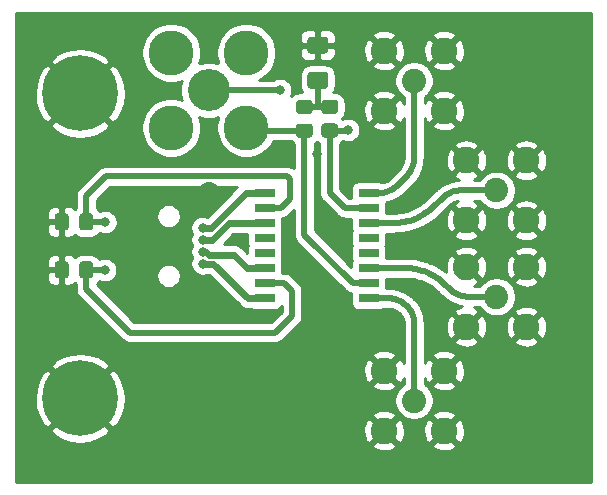
<source format=gtl>
G04 #@! TF.GenerationSoftware,KiCad,Pcbnew,(5.1.12)-1*
G04 #@! TF.CreationDate,2021-12-16T18:12:02+01:00*
G04 #@! TF.ProjectId,eth_mezz_mag_sma,6574685f-6d65-47a7-9a5f-6d61675f736d,rev?*
G04 #@! TF.SameCoordinates,Original*
G04 #@! TF.FileFunction,Copper,L1,Top*
G04 #@! TF.FilePolarity,Positive*
%FSLAX46Y46*%
G04 Gerber Fmt 4.6, Leading zero omitted, Abs format (unit mm)*
G04 Created by KiCad (PCBNEW (5.1.12)-1) date 2021-12-16 18:12:02*
%MOMM*%
%LPD*%
G01*
G04 APERTURE LIST*
G04 #@! TA.AperFunction,ComponentPad*
%ADD10C,2.250000*%
G04 #@! TD*
G04 #@! TA.AperFunction,ComponentPad*
%ADD11C,2.050000*%
G04 #@! TD*
G04 #@! TA.AperFunction,SMDPad,CuDef*
%ADD12R,1.700000X0.760000*%
G04 #@! TD*
G04 #@! TA.AperFunction,ComponentPad*
%ADD13C,3.810000*%
G04 #@! TD*
G04 #@! TA.AperFunction,ComponentPad*
%ADD14C,3.556000*%
G04 #@! TD*
G04 #@! TA.AperFunction,ComponentPad*
%ADD15C,0.800000*%
G04 #@! TD*
G04 #@! TA.AperFunction,ComponentPad*
%ADD16C,6.400000*%
G04 #@! TD*
G04 #@! TA.AperFunction,ViaPad*
%ADD17C,0.800000*%
G04 #@! TD*
G04 #@! TA.AperFunction,ViaPad*
%ADD18C,1.600000*%
G04 #@! TD*
G04 #@! TA.AperFunction,Conductor*
%ADD19C,0.500000*%
G04 #@! TD*
G04 #@! TA.AperFunction,Conductor*
%ADD20C,0.568540*%
G04 #@! TD*
G04 #@! TA.AperFunction,Conductor*
%ADD21C,0.254000*%
G04 #@! TD*
G04 #@! TA.AperFunction,Conductor*
%ADD22C,0.100000*%
G04 #@! TD*
G04 APERTURE END LIST*
D10*
X128826200Y-92009800D03*
X128826200Y-86929800D03*
X133906200Y-86929800D03*
X133906200Y-92009800D03*
D11*
X131366200Y-89469800D03*
G04 #@! TA.AperFunction,SMDPad,CuDef*
G36*
G01*
X123837800Y-60091900D02*
X122587800Y-60091900D01*
G75*
G02*
X122337800Y-59841900I0J250000D01*
G01*
X122337800Y-58916900D01*
G75*
G02*
X122587800Y-58666900I250000J0D01*
G01*
X123837800Y-58666900D01*
G75*
G02*
X124087800Y-58916900I0J-250000D01*
G01*
X124087800Y-59841900D01*
G75*
G02*
X123837800Y-60091900I-250000J0D01*
G01*
G37*
G04 #@! TD.AperFunction*
G04 #@! TA.AperFunction,SMDPad,CuDef*
G36*
G01*
X123837800Y-63066900D02*
X122587800Y-63066900D01*
G75*
G02*
X122337800Y-62816900I0J250000D01*
G01*
X122337800Y-61891900D01*
G75*
G02*
X122587800Y-61641900I250000J0D01*
G01*
X123837800Y-61641900D01*
G75*
G02*
X124087800Y-61891900I0J-250000D01*
G01*
X124087800Y-62816900D01*
G75*
G02*
X123837800Y-63066900I-250000J0D01*
G01*
G37*
G04 #@! TD.AperFunction*
D10*
X135803200Y-74202800D03*
X135803200Y-69122800D03*
X140883200Y-69122800D03*
X140883200Y-74202800D03*
D11*
X138343200Y-71662800D03*
D10*
X135803200Y-83219800D03*
X135803200Y-78139800D03*
X140883200Y-78139800D03*
X140883200Y-83219800D03*
D11*
X138343200Y-80679800D03*
D10*
X128826200Y-64919800D03*
X128826200Y-59839800D03*
X133906200Y-59839800D03*
X133906200Y-64919800D03*
D11*
X131366200Y-62379800D03*
D12*
X127511200Y-76984800D03*
X127511200Y-71904800D03*
X127511200Y-75714800D03*
X127511200Y-79524800D03*
X127511200Y-73174800D03*
X127511200Y-80794800D03*
X127511200Y-78254800D03*
X127511200Y-74444800D03*
X118711200Y-80794800D03*
X118711200Y-78254800D03*
X118711200Y-76984800D03*
X118711200Y-79524800D03*
X118711200Y-75714800D03*
X118711200Y-74444800D03*
X118711200Y-73174800D03*
X118711200Y-71904800D03*
D13*
X117167600Y-66367600D03*
X110817600Y-66367600D03*
X117167600Y-60017600D03*
D14*
X113992600Y-63192600D03*
D13*
X110817600Y-60017600D03*
G04 #@! TA.AperFunction,SMDPad,CuDef*
G36*
G01*
X102116500Y-73868200D02*
X102116500Y-74818200D01*
G75*
G02*
X101866500Y-75068200I-250000J0D01*
G01*
X101191500Y-75068200D01*
G75*
G02*
X100941500Y-74818200I0J250000D01*
G01*
X100941500Y-73868200D01*
G75*
G02*
X101191500Y-73618200I250000J0D01*
G01*
X101866500Y-73618200D01*
G75*
G02*
X102116500Y-73868200I0J-250000D01*
G01*
G37*
G04 #@! TD.AperFunction*
G04 #@! TA.AperFunction,SMDPad,CuDef*
G36*
G01*
X104191500Y-73868200D02*
X104191500Y-74818200D01*
G75*
G02*
X103941500Y-75068200I-250000J0D01*
G01*
X103266500Y-75068200D01*
G75*
G02*
X103016500Y-74818200I0J250000D01*
G01*
X103016500Y-73868200D01*
G75*
G02*
X103266500Y-73618200I250000J0D01*
G01*
X103941500Y-73618200D01*
G75*
G02*
X104191500Y-73868200I0J-250000D01*
G01*
G37*
G04 #@! TD.AperFunction*
G04 #@! TA.AperFunction,SMDPad,CuDef*
G36*
G01*
X102116500Y-77932200D02*
X102116500Y-78882200D01*
G75*
G02*
X101866500Y-79132200I-250000J0D01*
G01*
X101191500Y-79132200D01*
G75*
G02*
X100941500Y-78882200I0J250000D01*
G01*
X100941500Y-77932200D01*
G75*
G02*
X101191500Y-77682200I250000J0D01*
G01*
X101866500Y-77682200D01*
G75*
G02*
X102116500Y-77932200I0J-250000D01*
G01*
G37*
G04 #@! TD.AperFunction*
G04 #@! TA.AperFunction,SMDPad,CuDef*
G36*
G01*
X104191500Y-77932200D02*
X104191500Y-78882200D01*
G75*
G02*
X103941500Y-79132200I-250000J0D01*
G01*
X103266500Y-79132200D01*
G75*
G02*
X103016500Y-78882200I0J250000D01*
G01*
X103016500Y-77932200D01*
G75*
G02*
X103266500Y-77682200I250000J0D01*
G01*
X103941500Y-77682200D01*
G75*
G02*
X104191500Y-77932200I0J-250000D01*
G01*
G37*
G04 #@! TD.AperFunction*
G04 #@! TA.AperFunction,SMDPad,CuDef*
G36*
G01*
X122519801Y-65215000D02*
X121619799Y-65215000D01*
G75*
G02*
X121369800Y-64965001I0J249999D01*
G01*
X121369800Y-64264999D01*
G75*
G02*
X121619799Y-64015000I249999J0D01*
G01*
X122519801Y-64015000D01*
G75*
G02*
X122769800Y-64264999I0J-249999D01*
G01*
X122769800Y-64965001D01*
G75*
G02*
X122519801Y-65215000I-249999J0D01*
G01*
G37*
G04 #@! TD.AperFunction*
G04 #@! TA.AperFunction,SMDPad,CuDef*
G36*
G01*
X122519801Y-67215000D02*
X121619799Y-67215000D01*
G75*
G02*
X121369800Y-66965001I0J249999D01*
G01*
X121369800Y-66264999D01*
G75*
G02*
X121619799Y-66015000I249999J0D01*
G01*
X122519801Y-66015000D01*
G75*
G02*
X122769800Y-66264999I0J-249999D01*
G01*
X122769800Y-66965001D01*
G75*
G02*
X122519801Y-67215000I-249999J0D01*
G01*
G37*
G04 #@! TD.AperFunction*
G04 #@! TA.AperFunction,SMDPad,CuDef*
G36*
G01*
X124678801Y-65205600D02*
X123778799Y-65205600D01*
G75*
G02*
X123528800Y-64955601I0J249999D01*
G01*
X123528800Y-64255599D01*
G75*
G02*
X123778799Y-64005600I249999J0D01*
G01*
X124678801Y-64005600D01*
G75*
G02*
X124928800Y-64255599I0J-249999D01*
G01*
X124928800Y-64955601D01*
G75*
G02*
X124678801Y-65205600I-249999J0D01*
G01*
G37*
G04 #@! TD.AperFunction*
G04 #@! TA.AperFunction,SMDPad,CuDef*
G36*
G01*
X124678801Y-67205600D02*
X123778799Y-67205600D01*
G75*
G02*
X123528800Y-66955601I0J249999D01*
G01*
X123528800Y-66255599D01*
G75*
G02*
X123778799Y-66005600I249999J0D01*
G01*
X124678801Y-66005600D01*
G75*
G02*
X124928800Y-66255599I0J-249999D01*
G01*
X124928800Y-66955601D01*
G75*
G02*
X124678801Y-67205600I-249999J0D01*
G01*
G37*
G04 #@! TD.AperFunction*
D15*
X104793056Y-87581344D03*
X103096000Y-86878400D03*
X101398944Y-87581344D03*
X100696000Y-89278400D03*
X101398944Y-90975456D03*
X103096000Y-91678400D03*
X104793056Y-90975456D03*
X105496000Y-89278400D03*
D16*
X103096000Y-89278400D03*
D15*
X104793056Y-61774944D03*
X103096000Y-61072000D03*
X101398944Y-61774944D03*
X100696000Y-63472000D03*
X101398944Y-65169056D03*
X103096000Y-65872000D03*
X104793056Y-65169056D03*
X105496000Y-63472000D03*
D16*
X103096000Y-63472000D03*
D17*
X133190233Y-77524677D03*
X133027126Y-80513914D03*
X132666200Y-84017366D03*
X132660395Y-82654375D03*
X131409475Y-80323700D03*
X130030907Y-82655146D03*
X130066200Y-84014587D03*
X130426749Y-75690293D03*
X133121105Y-74644745D03*
X132666200Y-67249550D03*
X132666200Y-68872800D03*
X130066200Y-67249550D03*
X130123115Y-72745124D03*
X131257334Y-71820142D03*
X132189650Y-70691504D03*
X129726145Y-69762786D03*
X131650000Y-76800000D03*
X130100000Y-79550000D03*
D18*
X109700000Y-86840000D03*
X117320000Y-86840000D03*
X124940000Y-86840000D03*
X124940000Y-91920000D03*
X117320000Y-91920000D03*
X109700000Y-91920000D03*
X114018000Y-71727000D03*
X140180000Y-61440000D03*
X140180000Y-89380000D03*
X99717800Y-76426000D03*
D17*
X123162000Y-68628200D03*
X116354800Y-75892600D03*
X113459200Y-74850000D03*
X113459200Y-75850000D03*
X113459200Y-77873800D03*
X113459200Y-76857800D03*
X125778200Y-66545400D03*
X120037800Y-63192600D03*
X105229600Y-74368600D03*
X105204200Y-78432600D03*
D19*
X122079200Y-64605600D02*
X122069800Y-64615000D01*
X123212800Y-64589600D02*
X123196800Y-64605600D01*
X123212800Y-62354400D02*
X123212800Y-64589600D01*
X123196800Y-64605600D02*
X122079200Y-64605600D01*
X124228800Y-64605600D02*
X123196800Y-64605600D01*
X119631400Y-83715800D02*
X121028400Y-82318800D01*
X121028400Y-82318800D02*
X121028400Y-80210600D01*
X120342600Y-79524800D02*
X118711200Y-79524800D01*
X121028400Y-80210600D02*
X120342600Y-79524800D01*
D20*
X116570700Y-72476300D02*
X117142200Y-71904800D01*
X116563308Y-72476300D02*
X116570700Y-72476300D01*
X114150308Y-74889300D02*
X116563308Y-72476300D01*
X117142200Y-71904800D02*
X118711200Y-71904800D01*
X113459200Y-74889300D02*
X114150308Y-74889300D01*
X113459200Y-75905300D02*
X113522700Y-75905300D01*
X115681700Y-74444800D02*
X118711200Y-74444800D01*
X114221200Y-75905300D02*
X115681700Y-74444800D01*
X113459200Y-75905300D02*
X114221200Y-75905300D01*
X113681029Y-77873800D02*
X113687579Y-77880350D01*
X113459200Y-77873800D02*
X113681029Y-77873800D01*
X113687579Y-77880350D02*
X114354750Y-77880350D01*
X117269200Y-80794800D02*
X118711200Y-80794800D01*
X114354750Y-77880350D02*
X117269200Y-80794800D01*
D19*
X133034413Y-73030586D02*
X132862772Y-73194000D01*
X132862772Y-73194000D02*
X132683321Y-73348796D01*
X132683321Y-73348796D02*
X132496490Y-73494601D01*
X132496490Y-73494601D02*
X132302729Y-73631062D01*
X132302729Y-73631062D02*
X132102507Y-73757852D01*
X132102507Y-73757852D02*
X131896304Y-73874664D01*
X131896304Y-73874664D02*
X131684618Y-73981218D01*
X131684618Y-73981218D02*
X131467958Y-74077257D01*
X131467958Y-74077257D02*
X131246847Y-74162549D01*
X131246847Y-74162549D02*
X131021818Y-74236889D01*
X131021818Y-74236889D02*
X130793411Y-74300097D01*
X130793411Y-74300097D02*
X130562179Y-74352022D01*
X130562179Y-74352022D02*
X130328677Y-74392539D01*
X130328677Y-74392539D02*
X130093468Y-74421549D01*
X130093468Y-74421549D02*
X129857119Y-74438983D01*
X129857119Y-74438983D02*
X129620200Y-74444800D01*
X129620200Y-74444800D02*
X127511200Y-74444800D01*
X135402200Y-71662800D02*
X138343200Y-71662800D01*
X135402200Y-71662800D02*
X135283740Y-71665707D01*
X135283740Y-71665707D02*
X135165565Y-71674424D01*
X135165565Y-71674424D02*
X135047961Y-71688929D01*
X135047961Y-71688929D02*
X134931209Y-71709187D01*
X134931209Y-71709187D02*
X134815593Y-71735150D01*
X134815593Y-71735150D02*
X134701390Y-71766754D01*
X134701390Y-71766754D02*
X134588875Y-71803924D01*
X134588875Y-71803924D02*
X134478319Y-71846570D01*
X134478319Y-71846570D02*
X134369989Y-71894589D01*
X134369989Y-71894589D02*
X134264146Y-71947866D01*
X134264146Y-71947866D02*
X134161045Y-72006272D01*
X134161045Y-72006272D02*
X134060933Y-72069667D01*
X134060933Y-72069667D02*
X133964053Y-72137897D01*
X133964053Y-72137897D02*
X133870637Y-72210800D01*
X133870637Y-72210800D02*
X133780911Y-72288198D01*
X133780911Y-72288198D02*
X133695092Y-72369906D01*
X133695092Y-72369906D02*
X133034413Y-73030586D01*
X130610800Y-78254800D02*
X127511200Y-78254800D01*
X130610800Y-78254800D02*
X130847719Y-78260616D01*
X130847719Y-78260616D02*
X131084068Y-78278050D01*
X131084068Y-78278050D02*
X131319277Y-78307060D01*
X131319277Y-78307060D02*
X131552779Y-78347576D01*
X131552779Y-78347576D02*
X131784011Y-78399501D01*
X131784011Y-78399501D02*
X132012418Y-78462710D01*
X132012418Y-78462710D02*
X132237447Y-78537050D01*
X132237447Y-78537050D02*
X132458558Y-78622342D01*
X132458558Y-78622342D02*
X132675218Y-78718380D01*
X132675218Y-78718380D02*
X132886904Y-78824934D01*
X132886904Y-78824934D02*
X133093107Y-78941746D01*
X133093107Y-78941746D02*
X133293329Y-79068536D01*
X133293329Y-79068536D02*
X133487090Y-79204997D01*
X133487090Y-79204997D02*
X133673921Y-79350802D01*
X133673921Y-79350802D02*
X133853372Y-79505598D01*
X133853372Y-79505598D02*
X134025013Y-79669013D01*
X136035800Y-80679800D02*
X138343200Y-80679800D01*
X136035800Y-80679800D02*
X135917340Y-80676891D01*
X135917340Y-80676891D02*
X135799165Y-80668174D01*
X135799165Y-80668174D02*
X135681561Y-80653669D01*
X135681561Y-80653669D02*
X135564810Y-80633411D01*
X135564810Y-80633411D02*
X135449193Y-80607449D01*
X135449193Y-80607449D02*
X135334990Y-80575844D01*
X135334990Y-80575844D02*
X135222475Y-80538674D01*
X135222475Y-80538674D02*
X135111920Y-80496028D01*
X135111920Y-80496028D02*
X135003590Y-80448009D01*
X135003590Y-80448009D02*
X134897747Y-80394732D01*
X134897747Y-80394732D02*
X134794645Y-80336326D01*
X134794645Y-80336326D02*
X134694534Y-80272931D01*
X134694534Y-80272931D02*
X134597654Y-80204700D01*
X134597654Y-80204700D02*
X134504238Y-80131798D01*
X134504238Y-80131798D02*
X134414512Y-80054400D01*
X134414512Y-80054400D02*
X134328693Y-79972693D01*
X134328693Y-79972693D02*
X134025013Y-79669013D01*
X129070800Y-80794800D02*
X127511200Y-80794800D01*
X130835869Y-81559869D02*
X130777906Y-81501906D01*
X130897150Y-81624233D02*
X130835869Y-81559869D01*
X130955198Y-81691528D02*
X130897150Y-81624233D01*
X131009875Y-81761589D02*
X130955198Y-81691528D01*
X131061048Y-81834250D02*
X131009875Y-81761589D01*
X131108594Y-81909333D02*
X131061048Y-81834250D01*
X131152399Y-81986659D02*
X131108594Y-81909333D01*
X131192357Y-82066042D02*
X131152399Y-81986659D01*
X131228371Y-82147289D02*
X131192357Y-82066042D01*
X131260356Y-82230206D02*
X131228371Y-82147289D01*
X131288233Y-82314592D02*
X131260356Y-82230206D01*
X131311936Y-82400245D02*
X131288233Y-82314592D01*
X131331408Y-82486957D02*
X131311936Y-82400245D01*
X131346602Y-82574520D02*
X131331408Y-82486957D01*
X131357481Y-82662724D02*
X131346602Y-82574520D01*
X131364018Y-82751355D02*
X131357481Y-82662724D01*
X131366200Y-82840200D02*
X131364018Y-82751355D01*
X131366200Y-82840200D02*
X131366200Y-89469800D01*
X130692085Y-81420198D02*
X130777906Y-81501906D01*
X130602359Y-81342800D02*
X130692085Y-81420198D01*
X130508944Y-81269898D02*
X130602359Y-81342800D01*
X130412064Y-81201668D02*
X130508944Y-81269898D01*
X130311953Y-81138273D02*
X130412064Y-81201668D01*
X130208851Y-81079867D02*
X130311953Y-81138273D01*
X130103008Y-81026590D02*
X130208851Y-81079867D01*
X129994678Y-80978570D02*
X130103008Y-81026590D01*
X129884123Y-80935925D02*
X129994678Y-80978570D01*
X129771608Y-80898755D02*
X129884123Y-80935925D01*
X129657405Y-80867150D02*
X129771608Y-80898755D01*
X129541789Y-80841188D02*
X129657405Y-80867150D01*
X129425038Y-80820930D02*
X129541789Y-80841188D01*
X129307434Y-80806425D02*
X129425038Y-80820930D01*
X129189259Y-80797708D02*
X129307434Y-80806425D01*
X129070800Y-80794800D02*
X129189259Y-80797708D01*
X131366200Y-68872800D02*
X131366200Y-62379800D01*
X130041306Y-71197692D02*
X130659093Y-70579906D01*
X129955485Y-71279399D02*
X130041306Y-71197692D01*
X129865759Y-71356797D02*
X129955485Y-71279399D01*
X129772344Y-71429699D02*
X129865759Y-71356797D01*
X129675464Y-71497930D02*
X129772344Y-71429699D01*
X129575353Y-71561325D02*
X129675464Y-71497930D01*
X129472251Y-71619731D02*
X129575353Y-71561325D01*
X129366408Y-71673008D02*
X129472251Y-71619731D01*
X129258079Y-71721027D02*
X129366408Y-71673008D01*
X129147523Y-71763673D02*
X129258079Y-71721027D01*
X129035008Y-71800843D02*
X129147523Y-71763673D01*
X128920805Y-71832448D02*
X129035008Y-71800843D01*
X128805189Y-71858410D02*
X128920805Y-71832448D01*
X128688438Y-71878668D02*
X128805189Y-71858410D01*
X128570834Y-71893174D02*
X128688438Y-71878668D01*
X128452659Y-71901891D02*
X128570834Y-71893174D01*
X128334200Y-71904800D02*
X128452659Y-71901891D01*
X128334200Y-71904800D02*
X127511200Y-71904800D01*
X130740800Y-70494085D02*
X130659093Y-70579906D01*
X130818198Y-70404359D02*
X130740800Y-70494085D01*
X130891100Y-70310944D02*
X130818198Y-70404359D01*
X130959331Y-70214064D02*
X130891100Y-70310944D01*
X131022725Y-70113953D02*
X130959331Y-70214064D01*
X131081132Y-70010851D02*
X131022725Y-70113953D01*
X131134409Y-69905008D02*
X131081132Y-70010851D01*
X131182428Y-69796679D02*
X131134409Y-69905008D01*
X131225074Y-69686123D02*
X131182428Y-69796679D01*
X131262244Y-69573608D02*
X131225074Y-69686123D01*
X131293848Y-69459405D02*
X131262244Y-69573608D01*
X131319811Y-69343789D02*
X131293848Y-69459405D01*
X131340069Y-69227038D02*
X131319811Y-69343789D01*
X131354574Y-69109434D02*
X131340069Y-69227038D01*
X131363291Y-68991259D02*
X131354574Y-69109434D01*
X131366200Y-68872800D02*
X131363291Y-68991259D01*
D20*
X117228304Y-78254800D02*
X118711200Y-78254800D01*
X113459200Y-76857800D02*
X113751922Y-76857800D01*
X113751922Y-76857800D02*
X114005922Y-77111800D01*
X116085304Y-77111800D02*
X117228304Y-78254800D01*
X114005922Y-77111800D02*
X116085304Y-77111800D01*
D19*
X122069800Y-75433400D02*
X122069800Y-66615000D01*
X126161200Y-79524800D02*
X122069800Y-75433400D01*
X127511200Y-79524800D02*
X126161200Y-79524800D01*
X117415000Y-66615000D02*
X117167600Y-66367600D01*
X122069800Y-66615000D02*
X117415000Y-66615000D01*
X127511200Y-73174800D02*
X125498800Y-73174800D01*
X124228800Y-71904800D02*
X124228800Y-66605600D01*
X125498800Y-73174800D02*
X124228800Y-71904800D01*
X125718000Y-66605600D02*
X125778200Y-66545400D01*
X124228800Y-66605600D02*
X125718000Y-66605600D01*
X120037800Y-63192600D02*
X113992600Y-63192600D01*
X103604000Y-72133400D02*
X103604000Y-74343200D01*
X120641999Y-70476999D02*
X105260401Y-70476999D01*
X120850600Y-70685600D02*
X120641999Y-70476999D01*
X120850600Y-72385400D02*
X120850600Y-70685600D01*
X105260401Y-70476999D02*
X103604000Y-72133400D01*
X120061200Y-73174800D02*
X120850600Y-72385400D01*
X118711200Y-73174800D02*
X120061200Y-73174800D01*
X105204200Y-74343200D02*
X105229600Y-74368600D01*
X103604000Y-74343200D02*
X105204200Y-74343200D01*
X119631400Y-83715800D02*
X107312400Y-83715800D01*
X103604000Y-80007400D02*
X103604000Y-78407200D01*
X107312400Y-83715800D02*
X103604000Y-80007400D01*
X105178800Y-78407200D02*
X105204200Y-78432600D01*
X103604000Y-78407200D02*
X105178800Y-78407200D01*
D21*
X146340001Y-96340000D02*
X97660000Y-96340000D01*
X97660000Y-93234331D01*
X127781274Y-93234331D01*
X127892121Y-93511514D01*
X128203040Y-93664889D01*
X128537905Y-93754660D01*
X128883850Y-93777376D01*
X129227580Y-93732166D01*
X129555885Y-93620766D01*
X129760279Y-93511514D01*
X129871126Y-93234331D01*
X132861274Y-93234331D01*
X132972121Y-93511514D01*
X133283040Y-93664889D01*
X133617905Y-93754660D01*
X133963850Y-93777376D01*
X134307580Y-93732166D01*
X134635885Y-93620766D01*
X134840279Y-93511514D01*
X134951126Y-93234331D01*
X133906200Y-92189405D01*
X132861274Y-93234331D01*
X129871126Y-93234331D01*
X128826200Y-92189405D01*
X127781274Y-93234331D01*
X97660000Y-93234331D01*
X97660000Y-91979281D01*
X100574724Y-91979281D01*
X100934912Y-92468948D01*
X101598882Y-92829249D01*
X102320385Y-93053094D01*
X103071695Y-93131880D01*
X103823938Y-93062578D01*
X104548208Y-92847852D01*
X105216670Y-92495955D01*
X105257088Y-92468948D01*
X105552420Y-92067450D01*
X127058624Y-92067450D01*
X127103834Y-92411180D01*
X127215234Y-92739485D01*
X127324486Y-92943879D01*
X127601669Y-93054726D01*
X128646595Y-92009800D01*
X129005805Y-92009800D01*
X130050731Y-93054726D01*
X130327914Y-92943879D01*
X130481289Y-92632960D01*
X130571060Y-92298095D01*
X130586204Y-92067450D01*
X132138624Y-92067450D01*
X132183834Y-92411180D01*
X132295234Y-92739485D01*
X132404486Y-92943879D01*
X132681669Y-93054726D01*
X133726595Y-92009800D01*
X134085805Y-92009800D01*
X135130731Y-93054726D01*
X135407914Y-92943879D01*
X135561289Y-92632960D01*
X135651060Y-92298095D01*
X135673776Y-91952150D01*
X135628566Y-91608420D01*
X135517166Y-91280115D01*
X135407914Y-91075721D01*
X135130731Y-90964874D01*
X134085805Y-92009800D01*
X133726595Y-92009800D01*
X132681669Y-90964874D01*
X132404486Y-91075721D01*
X132251111Y-91386640D01*
X132161340Y-91721505D01*
X132138624Y-92067450D01*
X130586204Y-92067450D01*
X130593776Y-91952150D01*
X130548566Y-91608420D01*
X130437166Y-91280115D01*
X130327914Y-91075721D01*
X130050731Y-90964874D01*
X129005805Y-92009800D01*
X128646595Y-92009800D01*
X127601669Y-90964874D01*
X127324486Y-91075721D01*
X127171111Y-91386640D01*
X127081340Y-91721505D01*
X127058624Y-92067450D01*
X105552420Y-92067450D01*
X105617276Y-91979281D01*
X103096000Y-89458005D01*
X100574724Y-91979281D01*
X97660000Y-91979281D01*
X97660000Y-89254095D01*
X99242520Y-89254095D01*
X99311822Y-90006338D01*
X99526548Y-90730608D01*
X99878445Y-91399070D01*
X99905452Y-91439488D01*
X100395119Y-91799676D01*
X102916395Y-89278400D01*
X103275605Y-89278400D01*
X105796881Y-91799676D01*
X106286548Y-91439488D01*
X106641557Y-90785269D01*
X127781274Y-90785269D01*
X128826200Y-91830195D01*
X129871126Y-90785269D01*
X129760279Y-90508086D01*
X129449360Y-90354711D01*
X129114495Y-90264940D01*
X128768550Y-90242224D01*
X128424820Y-90287434D01*
X128096515Y-90398834D01*
X127892121Y-90508086D01*
X127781274Y-90785269D01*
X106641557Y-90785269D01*
X106646849Y-90775518D01*
X106870694Y-90054015D01*
X106949480Y-89302705D01*
X106880178Y-88550462D01*
X106762737Y-88154331D01*
X127781274Y-88154331D01*
X127892121Y-88431514D01*
X128203040Y-88584889D01*
X128537905Y-88674660D01*
X128883850Y-88697376D01*
X129227580Y-88652166D01*
X129555885Y-88540766D01*
X129760279Y-88431514D01*
X129871126Y-88154331D01*
X128826200Y-87109405D01*
X127781274Y-88154331D01*
X106762737Y-88154331D01*
X106665452Y-87826192D01*
X106313555Y-87157730D01*
X106286548Y-87117312D01*
X106110004Y-86987450D01*
X127058624Y-86987450D01*
X127103834Y-87331180D01*
X127215234Y-87659485D01*
X127324486Y-87863879D01*
X127601669Y-87974726D01*
X128646595Y-86929800D01*
X127601669Y-85884874D01*
X127324486Y-85995721D01*
X127171111Y-86306640D01*
X127081340Y-86641505D01*
X127058624Y-86987450D01*
X106110004Y-86987450D01*
X105796881Y-86757124D01*
X103275605Y-89278400D01*
X102916395Y-89278400D01*
X100395119Y-86757124D01*
X99905452Y-87117312D01*
X99545151Y-87781282D01*
X99321306Y-88502785D01*
X99242520Y-89254095D01*
X97660000Y-89254095D01*
X97660000Y-86577519D01*
X100574724Y-86577519D01*
X103096000Y-89098795D01*
X105617276Y-86577519D01*
X105257088Y-86087852D01*
X104593118Y-85727551D01*
X104521299Y-85705269D01*
X127781274Y-85705269D01*
X128826200Y-86750195D01*
X129871126Y-85705269D01*
X129760279Y-85428086D01*
X129449360Y-85274711D01*
X129114495Y-85184940D01*
X128768550Y-85162224D01*
X128424820Y-85207434D01*
X128096515Y-85318834D01*
X127892121Y-85428086D01*
X127781274Y-85705269D01*
X104521299Y-85705269D01*
X103871615Y-85503706D01*
X103120305Y-85424920D01*
X102368062Y-85494222D01*
X101643792Y-85708948D01*
X100975330Y-86060845D01*
X100934912Y-86087852D01*
X100574724Y-86577519D01*
X97660000Y-86577519D01*
X97660000Y-79132200D01*
X100303428Y-79132200D01*
X100315688Y-79256682D01*
X100351998Y-79376380D01*
X100410963Y-79486694D01*
X100490315Y-79583385D01*
X100587006Y-79662737D01*
X100697320Y-79721702D01*
X100817018Y-79758012D01*
X100941500Y-79770272D01*
X101243250Y-79767200D01*
X101402000Y-79608450D01*
X101402000Y-78534200D01*
X100465250Y-78534200D01*
X100306500Y-78692950D01*
X100303428Y-79132200D01*
X97660000Y-79132200D01*
X97660000Y-77682200D01*
X100303428Y-77682200D01*
X100306500Y-78121450D01*
X100465250Y-78280200D01*
X101402000Y-78280200D01*
X101402000Y-77205950D01*
X101243250Y-77047200D01*
X100941500Y-77044128D01*
X100817018Y-77056388D01*
X100697320Y-77092698D01*
X100587006Y-77151663D01*
X100490315Y-77231015D01*
X100410963Y-77327706D01*
X100351998Y-77438020D01*
X100315688Y-77557718D01*
X100303428Y-77682200D01*
X97660000Y-77682200D01*
X97660000Y-75068200D01*
X100303428Y-75068200D01*
X100315688Y-75192682D01*
X100351998Y-75312380D01*
X100410963Y-75422694D01*
X100490315Y-75519385D01*
X100587006Y-75598737D01*
X100697320Y-75657702D01*
X100817018Y-75694012D01*
X100941500Y-75706272D01*
X101243250Y-75703200D01*
X101402000Y-75544450D01*
X101402000Y-74470200D01*
X100465250Y-74470200D01*
X100306500Y-74628950D01*
X100303428Y-75068200D01*
X97660000Y-75068200D01*
X97660000Y-73618200D01*
X100303428Y-73618200D01*
X100306500Y-74057450D01*
X100465250Y-74216200D01*
X101402000Y-74216200D01*
X101402000Y-73141950D01*
X101656000Y-73141950D01*
X101656000Y-74216200D01*
X101676000Y-74216200D01*
X101676000Y-74470200D01*
X101656000Y-74470200D01*
X101656000Y-75544450D01*
X101814750Y-75703200D01*
X102116500Y-75706272D01*
X102240982Y-75694012D01*
X102360680Y-75657702D01*
X102470994Y-75598737D01*
X102567685Y-75519385D01*
X102633158Y-75439606D01*
X102638538Y-75446162D01*
X102773114Y-75556605D01*
X102926650Y-75638672D01*
X103093246Y-75689208D01*
X103266500Y-75706272D01*
X103941500Y-75706272D01*
X104114754Y-75689208D01*
X104281350Y-75638672D01*
X104434886Y-75556605D01*
X104569462Y-75446162D01*
X104679905Y-75311586D01*
X104705701Y-75263325D01*
X104739344Y-75285805D01*
X104927702Y-75363826D01*
X105127661Y-75403600D01*
X105331539Y-75403600D01*
X105531498Y-75363826D01*
X105719856Y-75285805D01*
X105889374Y-75172537D01*
X106033537Y-75028374D01*
X106146805Y-74858856D01*
X106224826Y-74670498D01*
X106264600Y-74470539D01*
X106264600Y-74266661D01*
X106224826Y-74066702D01*
X106146805Y-73878344D01*
X106060088Y-73748561D01*
X109554820Y-73748561D01*
X109554820Y-73952439D01*
X109594594Y-74152398D01*
X109672615Y-74340756D01*
X109785883Y-74510274D01*
X109930046Y-74654437D01*
X110099564Y-74767705D01*
X110287922Y-74845726D01*
X110487881Y-74885500D01*
X110691759Y-74885500D01*
X110891718Y-74845726D01*
X111080076Y-74767705D01*
X111249594Y-74654437D01*
X111393757Y-74510274D01*
X111507025Y-74340756D01*
X111585046Y-74152398D01*
X111624820Y-73952439D01*
X111624820Y-73748561D01*
X111585046Y-73548602D01*
X111507025Y-73360244D01*
X111393757Y-73190726D01*
X111249594Y-73046563D01*
X111080076Y-72933295D01*
X110891718Y-72855274D01*
X110691759Y-72815500D01*
X110487881Y-72815500D01*
X110287922Y-72855274D01*
X110099564Y-72933295D01*
X109930046Y-73046563D01*
X109785883Y-73190726D01*
X109672615Y-73360244D01*
X109594594Y-73548602D01*
X109554820Y-73748561D01*
X106060088Y-73748561D01*
X106033537Y-73708826D01*
X105889374Y-73564663D01*
X105719856Y-73451395D01*
X105531498Y-73373374D01*
X105331539Y-73333600D01*
X105127661Y-73333600D01*
X104927702Y-73373374D01*
X104739344Y-73451395D01*
X104729160Y-73458200D01*
X104724476Y-73458200D01*
X104679905Y-73374814D01*
X104569462Y-73240238D01*
X104489000Y-73174205D01*
X104489000Y-72499978D01*
X105626980Y-71361999D01*
X116384958Y-71361999D01*
X115986445Y-71760512D01*
X115910141Y-71823133D01*
X115881354Y-71858210D01*
X113848562Y-73891003D01*
X113761098Y-73854774D01*
X113561139Y-73815000D01*
X113357261Y-73815000D01*
X113157302Y-73854774D01*
X112968944Y-73932795D01*
X112799426Y-74046063D01*
X112655263Y-74190226D01*
X112541995Y-74359744D01*
X112463974Y-74548102D01*
X112424200Y-74748061D01*
X112424200Y-74951939D01*
X112463974Y-75151898D01*
X112541995Y-75340256D01*
X112548506Y-75350000D01*
X112541995Y-75359744D01*
X112463974Y-75548102D01*
X112424200Y-75748061D01*
X112424200Y-75951939D01*
X112463974Y-76151898D01*
X112541995Y-76340256D01*
X112551112Y-76353900D01*
X112541995Y-76367544D01*
X112463974Y-76555902D01*
X112424200Y-76755861D01*
X112424200Y-76959739D01*
X112463974Y-77159698D01*
X112541995Y-77348056D01*
X112553851Y-77365800D01*
X112541995Y-77383544D01*
X112463974Y-77571902D01*
X112424200Y-77771861D01*
X112424200Y-77975739D01*
X112463974Y-78175698D01*
X112541995Y-78364056D01*
X112655263Y-78533574D01*
X112799426Y-78677737D01*
X112968944Y-78791005D01*
X113157302Y-78869026D01*
X113357261Y-78908800D01*
X113561139Y-78908800D01*
X113761098Y-78869026D01*
X113928658Y-78799620D01*
X113973977Y-78799620D01*
X116587246Y-81412890D01*
X116616033Y-81447967D01*
X116756010Y-81562843D01*
X116915709Y-81648203D01*
X117088991Y-81700768D01*
X117269200Y-81718517D01*
X117314351Y-81714070D01*
X117523044Y-81714070D01*
X117617020Y-81764302D01*
X117736718Y-81800612D01*
X117861200Y-81812872D01*
X119561200Y-81812872D01*
X119685682Y-81800612D01*
X119805380Y-81764302D01*
X119915694Y-81705337D01*
X120012385Y-81625985D01*
X120091737Y-81529294D01*
X120143400Y-81432640D01*
X120143400Y-81952221D01*
X119264822Y-82830800D01*
X107678979Y-82830800D01*
X104489000Y-79640822D01*
X104489000Y-79576195D01*
X104569462Y-79510162D01*
X104679905Y-79375586D01*
X104699017Y-79339831D01*
X104713944Y-79349805D01*
X104902302Y-79427826D01*
X105102261Y-79467600D01*
X105306139Y-79467600D01*
X105506098Y-79427826D01*
X105694456Y-79349805D01*
X105863974Y-79236537D01*
X106008137Y-79092374D01*
X106121405Y-78922856D01*
X106169824Y-78805961D01*
X109554820Y-78805961D01*
X109554820Y-79009839D01*
X109594594Y-79209798D01*
X109672615Y-79398156D01*
X109785883Y-79567674D01*
X109930046Y-79711837D01*
X110099564Y-79825105D01*
X110287922Y-79903126D01*
X110487881Y-79942900D01*
X110691759Y-79942900D01*
X110891718Y-79903126D01*
X111080076Y-79825105D01*
X111249594Y-79711837D01*
X111393757Y-79567674D01*
X111507025Y-79398156D01*
X111585046Y-79209798D01*
X111624820Y-79009839D01*
X111624820Y-78805961D01*
X111585046Y-78606002D01*
X111507025Y-78417644D01*
X111393757Y-78248126D01*
X111249594Y-78103963D01*
X111080076Y-77990695D01*
X110891718Y-77912674D01*
X110691759Y-77872900D01*
X110487881Y-77872900D01*
X110287922Y-77912674D01*
X110099564Y-77990695D01*
X109930046Y-78103963D01*
X109785883Y-78248126D01*
X109672615Y-78417644D01*
X109594594Y-78606002D01*
X109554820Y-78805961D01*
X106169824Y-78805961D01*
X106199426Y-78734498D01*
X106239200Y-78534539D01*
X106239200Y-78330661D01*
X106199426Y-78130702D01*
X106121405Y-77942344D01*
X106008137Y-77772826D01*
X105863974Y-77628663D01*
X105694456Y-77515395D01*
X105506098Y-77437374D01*
X105306139Y-77397600D01*
X105102261Y-77397600D01*
X104902302Y-77437374D01*
X104719589Y-77513057D01*
X104679905Y-77438814D01*
X104569462Y-77304238D01*
X104434886Y-77193795D01*
X104281350Y-77111728D01*
X104114754Y-77061192D01*
X103941500Y-77044128D01*
X103266500Y-77044128D01*
X103093246Y-77061192D01*
X102926650Y-77111728D01*
X102773114Y-77193795D01*
X102638538Y-77304238D01*
X102633158Y-77310794D01*
X102567685Y-77231015D01*
X102470994Y-77151663D01*
X102360680Y-77092698D01*
X102240982Y-77056388D01*
X102116500Y-77044128D01*
X101814750Y-77047200D01*
X101656000Y-77205950D01*
X101656000Y-78280200D01*
X101676000Y-78280200D01*
X101676000Y-78534200D01*
X101656000Y-78534200D01*
X101656000Y-79608450D01*
X101814750Y-79767200D01*
X102116500Y-79770272D01*
X102240982Y-79758012D01*
X102360680Y-79721702D01*
X102470994Y-79662737D01*
X102567685Y-79583385D01*
X102633158Y-79503606D01*
X102638538Y-79510162D01*
X102719000Y-79576195D01*
X102719000Y-79963931D01*
X102714719Y-80007400D01*
X102719000Y-80050869D01*
X102719000Y-80050876D01*
X102728248Y-80144775D01*
X102731805Y-80180890D01*
X102740818Y-80210600D01*
X102782411Y-80347712D01*
X102864589Y-80501458D01*
X102975183Y-80636217D01*
X103008956Y-80663934D01*
X106655870Y-84310849D01*
X106683583Y-84344617D01*
X106717351Y-84372330D01*
X106717353Y-84372332D01*
X106818341Y-84455211D01*
X106972086Y-84537389D01*
X107138910Y-84587995D01*
X107268923Y-84600800D01*
X107268931Y-84600800D01*
X107312400Y-84605081D01*
X107355869Y-84600800D01*
X119587931Y-84600800D01*
X119631400Y-84605081D01*
X119674869Y-84600800D01*
X119674877Y-84600800D01*
X119804890Y-84587995D01*
X119971713Y-84537389D01*
X120125459Y-84455211D01*
X120260217Y-84344617D01*
X120287934Y-84310844D01*
X121623450Y-82975329D01*
X121657217Y-82947617D01*
X121687729Y-82910439D01*
X121767810Y-82812860D01*
X121767811Y-82812859D01*
X121849989Y-82659113D01*
X121900595Y-82492290D01*
X121913400Y-82362277D01*
X121913400Y-82362267D01*
X121917681Y-82318801D01*
X121913400Y-82275335D01*
X121913400Y-80254069D01*
X121917681Y-80210600D01*
X121913400Y-80167131D01*
X121913400Y-80167123D01*
X121900595Y-80037110D01*
X121894240Y-80016161D01*
X121849989Y-79870286D01*
X121767811Y-79716541D01*
X121684932Y-79615553D01*
X121684930Y-79615551D01*
X121657217Y-79581783D01*
X121623449Y-79554070D01*
X120999134Y-78929756D01*
X120971417Y-78895983D01*
X120836659Y-78785389D01*
X120682913Y-78703211D01*
X120516090Y-78652605D01*
X120386077Y-78639800D01*
X120386069Y-78639800D01*
X120342600Y-78635519D01*
X120299131Y-78639800D01*
X120198780Y-78639800D01*
X120199272Y-78634800D01*
X120199272Y-77874800D01*
X120187012Y-77750318D01*
X120150702Y-77630620D01*
X120144918Y-77619800D01*
X120150702Y-77608980D01*
X120187012Y-77489282D01*
X120199272Y-77364800D01*
X120199272Y-76604800D01*
X120187012Y-76480318D01*
X120150702Y-76360620D01*
X120144918Y-76349800D01*
X120150702Y-76338980D01*
X120187012Y-76219282D01*
X120199272Y-76094800D01*
X120199272Y-75334800D01*
X120187012Y-75210318D01*
X120150702Y-75090620D01*
X120144918Y-75079800D01*
X120150702Y-75068980D01*
X120187012Y-74949282D01*
X120199272Y-74824800D01*
X120199272Y-74064800D01*
X120197876Y-74050621D01*
X120234690Y-74046995D01*
X120401513Y-73996389D01*
X120555259Y-73914211D01*
X120690017Y-73803617D01*
X120717734Y-73769844D01*
X121184800Y-73302778D01*
X121184800Y-75389931D01*
X121180519Y-75433400D01*
X121184800Y-75476869D01*
X121184800Y-75476876D01*
X121197605Y-75606889D01*
X121248211Y-75773712D01*
X121330389Y-75927458D01*
X121440983Y-76062217D01*
X121474756Y-76089934D01*
X125504670Y-80119849D01*
X125532383Y-80153617D01*
X125566151Y-80181330D01*
X125566153Y-80181332D01*
X125599702Y-80208865D01*
X125667141Y-80264211D01*
X125820887Y-80346389D01*
X125987710Y-80396995D01*
X126024524Y-80400621D01*
X126023128Y-80414800D01*
X126023128Y-81174800D01*
X126035388Y-81299282D01*
X126071698Y-81418980D01*
X126130663Y-81529294D01*
X126210015Y-81625985D01*
X126306706Y-81705337D01*
X126417020Y-81764302D01*
X126536718Y-81800612D01*
X126661200Y-81812872D01*
X128361200Y-81812872D01*
X128485682Y-81800612D01*
X128605380Y-81764302D01*
X128715694Y-81705337D01*
X128746811Y-81679800D01*
X129059959Y-81679800D01*
X129145826Y-81681908D01*
X129220662Y-81687428D01*
X129295143Y-81696615D01*
X129369086Y-81709445D01*
X129442294Y-81725884D01*
X129514624Y-81745900D01*
X129585893Y-81769444D01*
X129655898Y-81796448D01*
X129724505Y-81826859D01*
X129791537Y-81860601D01*
X129856840Y-81897593D01*
X129920238Y-81937740D01*
X129981591Y-81980950D01*
X130040757Y-82027124D01*
X130097568Y-82076129D01*
X130159805Y-82135383D01*
X130202403Y-82177981D01*
X130241214Y-82218744D01*
X130270879Y-82253136D01*
X130298825Y-82288943D01*
X130324974Y-82326073D01*
X130349276Y-82364450D01*
X130371663Y-82403969D01*
X130392087Y-82444545D01*
X130410493Y-82486067D01*
X130426839Y-82528443D01*
X130441083Y-82571561D01*
X130453202Y-82615355D01*
X130463151Y-82659658D01*
X130470918Y-82704423D01*
X130476478Y-82749497D01*
X130479819Y-82794795D01*
X130481200Y-82851036D01*
X130481201Y-86329888D01*
X130437166Y-86200115D01*
X130327914Y-85995721D01*
X130050731Y-85884874D01*
X129005805Y-86929800D01*
X130050731Y-87974726D01*
X130327914Y-87863879D01*
X130481201Y-87553139D01*
X130481201Y-88064673D01*
X130308012Y-88180394D01*
X130076794Y-88411612D01*
X129895127Y-88683495D01*
X129769993Y-88985596D01*
X129706200Y-89306304D01*
X129706200Y-89633296D01*
X129769993Y-89954004D01*
X129895127Y-90256105D01*
X130076794Y-90527988D01*
X130308012Y-90759206D01*
X130579895Y-90940873D01*
X130881996Y-91066007D01*
X131202704Y-91129800D01*
X131529696Y-91129800D01*
X131850404Y-91066007D01*
X132152505Y-90940873D01*
X132385382Y-90785269D01*
X132861274Y-90785269D01*
X133906200Y-91830195D01*
X134951126Y-90785269D01*
X134840279Y-90508086D01*
X134529360Y-90354711D01*
X134194495Y-90264940D01*
X133848550Y-90242224D01*
X133504820Y-90287434D01*
X133176515Y-90398834D01*
X132972121Y-90508086D01*
X132861274Y-90785269D01*
X132385382Y-90785269D01*
X132424388Y-90759206D01*
X132655606Y-90527988D01*
X132837273Y-90256105D01*
X132962407Y-89954004D01*
X133026200Y-89633296D01*
X133026200Y-89306304D01*
X132962407Y-88985596D01*
X132837273Y-88683495D01*
X132655606Y-88411612D01*
X132424388Y-88180394D01*
X132385383Y-88154331D01*
X132861274Y-88154331D01*
X132972121Y-88431514D01*
X133283040Y-88584889D01*
X133617905Y-88674660D01*
X133963850Y-88697376D01*
X134307580Y-88652166D01*
X134635885Y-88540766D01*
X134840279Y-88431514D01*
X134951126Y-88154331D01*
X133906200Y-87109405D01*
X132861274Y-88154331D01*
X132385383Y-88154331D01*
X132251200Y-88064673D01*
X132251200Y-87529713D01*
X132295234Y-87659485D01*
X132404486Y-87863879D01*
X132681669Y-87974726D01*
X133726595Y-86929800D01*
X134085805Y-86929800D01*
X135130731Y-87974726D01*
X135407914Y-87863879D01*
X135561289Y-87552960D01*
X135651060Y-87218095D01*
X135673776Y-86872150D01*
X135628566Y-86528420D01*
X135517166Y-86200115D01*
X135407914Y-85995721D01*
X135130731Y-85884874D01*
X134085805Y-86929800D01*
X133726595Y-86929800D01*
X132681669Y-85884874D01*
X132404486Y-85995721D01*
X132251200Y-86306460D01*
X132251200Y-85705269D01*
X132861274Y-85705269D01*
X133906200Y-86750195D01*
X134951126Y-85705269D01*
X134840279Y-85428086D01*
X134529360Y-85274711D01*
X134194495Y-85184940D01*
X133848550Y-85162224D01*
X133504820Y-85207434D01*
X133176515Y-85318834D01*
X132972121Y-85428086D01*
X132861274Y-85705269D01*
X132251200Y-85705269D01*
X132251200Y-84444331D01*
X134758274Y-84444331D01*
X134869121Y-84721514D01*
X135180040Y-84874889D01*
X135514905Y-84964660D01*
X135860850Y-84987376D01*
X136204580Y-84942166D01*
X136532885Y-84830766D01*
X136737279Y-84721514D01*
X136848126Y-84444331D01*
X139838274Y-84444331D01*
X139949121Y-84721514D01*
X140260040Y-84874889D01*
X140594905Y-84964660D01*
X140940850Y-84987376D01*
X141284580Y-84942166D01*
X141612885Y-84830766D01*
X141817279Y-84721514D01*
X141928126Y-84444331D01*
X140883200Y-83399405D01*
X139838274Y-84444331D01*
X136848126Y-84444331D01*
X135803200Y-83399405D01*
X134758274Y-84444331D01*
X132251200Y-84444331D01*
X132251200Y-83277450D01*
X134035624Y-83277450D01*
X134080834Y-83621180D01*
X134192234Y-83949485D01*
X134301486Y-84153879D01*
X134578669Y-84264726D01*
X135623595Y-83219800D01*
X135982805Y-83219800D01*
X137027731Y-84264726D01*
X137304914Y-84153879D01*
X137458289Y-83842960D01*
X137548060Y-83508095D01*
X137563204Y-83277450D01*
X139115624Y-83277450D01*
X139160834Y-83621180D01*
X139272234Y-83949485D01*
X139381486Y-84153879D01*
X139658669Y-84264726D01*
X140703595Y-83219800D01*
X141062805Y-83219800D01*
X142107731Y-84264726D01*
X142384914Y-84153879D01*
X142538289Y-83842960D01*
X142628060Y-83508095D01*
X142650776Y-83162150D01*
X142605566Y-82818420D01*
X142494166Y-82490115D01*
X142384914Y-82285721D01*
X142107731Y-82174874D01*
X141062805Y-83219800D01*
X140703595Y-83219800D01*
X139658669Y-82174874D01*
X139381486Y-82285721D01*
X139228111Y-82596640D01*
X139138340Y-82931505D01*
X139115624Y-83277450D01*
X137563204Y-83277450D01*
X137570776Y-83162150D01*
X137525566Y-82818420D01*
X137414166Y-82490115D01*
X137304914Y-82285721D01*
X137027731Y-82174874D01*
X135982805Y-83219800D01*
X135623595Y-83219800D01*
X134578669Y-82174874D01*
X134301486Y-82285721D01*
X134148111Y-82596640D01*
X134058340Y-82931505D01*
X134035624Y-83277450D01*
X132251200Y-83277450D01*
X132251200Y-82872782D01*
X132252000Y-82861935D01*
X132251200Y-82829362D01*
X132251200Y-82796723D01*
X132250132Y-82785880D01*
X132249284Y-82751357D01*
X132249818Y-82729617D01*
X132248217Y-82707913D01*
X132247683Y-82686163D01*
X132245022Y-82664586D01*
X132241681Y-82619295D01*
X132241147Y-82597539D01*
X132238484Y-82575947D01*
X132236885Y-82554269D01*
X132233167Y-82532841D01*
X132227605Y-82487747D01*
X132226005Y-82466052D01*
X132222287Y-82444623D01*
X132219624Y-82423036D01*
X132214857Y-82401807D01*
X132207092Y-82357058D01*
X132204429Y-82335471D01*
X132199662Y-82314243D01*
X132195944Y-82292816D01*
X132190145Y-82271862D01*
X132180192Y-82227538D01*
X132176474Y-82206110D01*
X132170673Y-82185147D01*
X132165906Y-82163919D01*
X132159083Y-82143267D01*
X132146969Y-82099490D01*
X132142204Y-82078270D01*
X132135382Y-82057621D01*
X132129580Y-82036653D01*
X132121749Y-82016352D01*
X132107502Y-81973227D01*
X132101700Y-81952260D01*
X132093872Y-81931967D01*
X132087051Y-81911319D01*
X132078238Y-81891436D01*
X132061887Y-81849049D01*
X132055066Y-81828401D01*
X132046253Y-81808520D01*
X132038421Y-81788215D01*
X132028639Y-81768783D01*
X132010237Y-81727266D01*
X132002408Y-81706971D01*
X131992630Y-81687546D01*
X131983815Y-81667659D01*
X131973090Y-81648727D01*
X131952670Y-81608160D01*
X131943854Y-81588271D01*
X131933131Y-81569342D01*
X131923354Y-81549919D01*
X131911720Y-81531547D01*
X131889327Y-81492018D01*
X131879548Y-81472591D01*
X131867912Y-81454216D01*
X131857189Y-81435287D01*
X131844664Y-81417503D01*
X131820362Y-81379126D01*
X131809647Y-81360211D01*
X131797128Y-81342434D01*
X131785482Y-81324044D01*
X131772095Y-81306890D01*
X131745942Y-81269755D01*
X131734305Y-81251379D01*
X131720934Y-81234246D01*
X131708406Y-81216457D01*
X131694187Y-81199973D01*
X131666249Y-81164175D01*
X131653730Y-81146398D01*
X131639520Y-81129924D01*
X131626131Y-81112768D01*
X131611135Y-81097017D01*
X131581467Y-81062623D01*
X131568081Y-81045471D01*
X131553091Y-81029727D01*
X131538887Y-81013260D01*
X131523124Y-80998252D01*
X131499300Y-80973229D01*
X131492401Y-80964823D01*
X131469340Y-80941762D01*
X131446841Y-80918131D01*
X131438603Y-80911025D01*
X131426743Y-80899165D01*
X131419636Y-80890926D01*
X131396015Y-80868437D01*
X131372952Y-80845374D01*
X131364540Y-80838471D01*
X131318061Y-80794219D01*
X131303063Y-80778466D01*
X131286593Y-80764259D01*
X131270838Y-80749259D01*
X131253687Y-80735874D01*
X131196868Y-80686862D01*
X131181114Y-80671863D01*
X131163962Y-80658478D01*
X131147494Y-80644272D01*
X131129715Y-80631750D01*
X131070548Y-80585576D01*
X131054077Y-80571368D01*
X131036301Y-80558849D01*
X131019150Y-80545464D01*
X131000766Y-80533823D01*
X130939410Y-80490612D01*
X130922270Y-80477235D01*
X130903895Y-80465599D01*
X130886105Y-80453070D01*
X130867181Y-80442350D01*
X130803781Y-80402202D01*
X130785993Y-80389674D01*
X130767070Y-80378955D01*
X130748696Y-80367319D01*
X130729262Y-80357537D01*
X130663961Y-80320545D01*
X130645591Y-80308912D01*
X130626166Y-80299134D01*
X130607233Y-80288409D01*
X130587342Y-80279592D01*
X130520338Y-80245865D01*
X130501397Y-80235135D01*
X130481492Y-80226312D01*
X130462079Y-80216540D01*
X130441801Y-80208718D01*
X130373181Y-80178300D01*
X130353744Y-80168517D01*
X130333450Y-80160689D01*
X130313573Y-80151878D01*
X130292920Y-80145055D01*
X130222897Y-80118045D01*
X130203014Y-80109231D01*
X130182356Y-80102406D01*
X130162061Y-80094578D01*
X130141103Y-80088778D01*
X130069850Y-80065239D01*
X130049556Y-80057411D01*
X130028589Y-80051609D01*
X130007934Y-80044785D01*
X129986713Y-80040020D01*
X129914383Y-80020003D01*
X129893727Y-80013179D01*
X129872508Y-80008414D01*
X129851549Y-80002614D01*
X129830111Y-79998894D01*
X129756896Y-79982453D01*
X129735925Y-79976650D01*
X129714482Y-79972929D01*
X129693269Y-79968166D01*
X129671689Y-79965504D01*
X129597745Y-79952674D01*
X129576520Y-79947908D01*
X129554926Y-79945245D01*
X129533500Y-79941527D01*
X129511813Y-79939927D01*
X129437323Y-79930740D01*
X129415896Y-79927022D01*
X129394210Y-79925422D01*
X129372616Y-79922759D01*
X129350867Y-79922225D01*
X129276032Y-79916705D01*
X129254442Y-79914042D01*
X129232695Y-79913508D01*
X129211003Y-79911908D01*
X129189258Y-79912442D01*
X129125111Y-79910867D01*
X129114277Y-79909800D01*
X129081644Y-79909800D01*
X129049056Y-79909000D01*
X129038211Y-79909800D01*
X128998780Y-79909800D01*
X128999272Y-79904800D01*
X128999272Y-79144800D01*
X128998780Y-79139800D01*
X130599959Y-79139800D01*
X130804287Y-79144816D01*
X130997300Y-79159054D01*
X131189381Y-79182744D01*
X131380068Y-79215831D01*
X131568920Y-79258240D01*
X131755448Y-79309860D01*
X131939199Y-79370563D01*
X132119773Y-79440218D01*
X132296727Y-79518655D01*
X132469579Y-79605661D01*
X132637995Y-79701067D01*
X132801504Y-79804609D01*
X132959748Y-79916057D01*
X133112308Y-80035117D01*
X133258865Y-80161537D01*
X133406907Y-80302485D01*
X133679853Y-80575431D01*
X133686960Y-80583670D01*
X133710584Y-80606162D01*
X133733647Y-80629225D01*
X133742058Y-80636127D01*
X133788531Y-80680374D01*
X133803534Y-80696132D01*
X133820007Y-80710342D01*
X133835755Y-80725335D01*
X133852901Y-80738716D01*
X133909727Y-80787735D01*
X133925486Y-80802738D01*
X133942641Y-80816126D01*
X133959103Y-80830326D01*
X133976879Y-80842845D01*
X134036055Y-80889026D01*
X134052516Y-80903226D01*
X134070292Y-80915745D01*
X134087452Y-80929137D01*
X134105837Y-80940779D01*
X134167180Y-80983981D01*
X134184328Y-80997364D01*
X134202707Y-81009003D01*
X134220489Y-81021526D01*
X134239411Y-81032245D01*
X134302816Y-81072397D01*
X134320605Y-81084925D01*
X134339528Y-81095644D01*
X134357902Y-81107280D01*
X134377336Y-81117062D01*
X134442629Y-81154050D01*
X134461006Y-81165687D01*
X134480440Y-81175469D01*
X134499365Y-81186190D01*
X134519247Y-81195003D01*
X134586272Y-81228740D01*
X134605207Y-81239467D01*
X134625100Y-81248285D01*
X134644518Y-81258059D01*
X134664806Y-81265885D01*
X134733427Y-81296302D01*
X134752848Y-81306078D01*
X134773140Y-81313906D01*
X134793032Y-81322723D01*
X134813686Y-81329546D01*
X134883700Y-81356554D01*
X134903584Y-81365368D01*
X134924234Y-81372190D01*
X134944530Y-81380019D01*
X134965498Y-81385822D01*
X135036744Y-81409358D01*
X135057042Y-81417188D01*
X135078014Y-81422992D01*
X135098665Y-81429814D01*
X135119884Y-81434579D01*
X135192219Y-81454597D01*
X135212873Y-81461420D01*
X135234088Y-81466184D01*
X135255050Y-81471985D01*
X135276488Y-81475705D01*
X135349711Y-81492148D01*
X135370674Y-81497949D01*
X135390278Y-81501351D01*
X135073515Y-81608834D01*
X134869121Y-81718086D01*
X134758274Y-81995269D01*
X135803200Y-83040195D01*
X136848126Y-81995269D01*
X136737279Y-81718086D01*
X136426540Y-81564800D01*
X136938073Y-81564800D01*
X137053794Y-81737988D01*
X137285012Y-81969206D01*
X137556895Y-82150873D01*
X137858996Y-82276007D01*
X138179704Y-82339800D01*
X138506696Y-82339800D01*
X138827404Y-82276007D01*
X139129505Y-82150873D01*
X139362382Y-81995269D01*
X139838274Y-81995269D01*
X140883200Y-83040195D01*
X141928126Y-81995269D01*
X141817279Y-81718086D01*
X141506360Y-81564711D01*
X141171495Y-81474940D01*
X140825550Y-81452224D01*
X140481820Y-81497434D01*
X140153515Y-81608834D01*
X139949121Y-81718086D01*
X139838274Y-81995269D01*
X139362382Y-81995269D01*
X139401388Y-81969206D01*
X139632606Y-81737988D01*
X139814273Y-81466105D01*
X139939407Y-81164004D01*
X140003200Y-80843296D01*
X140003200Y-80516304D01*
X139939407Y-80195596D01*
X139814273Y-79893495D01*
X139632606Y-79621612D01*
X139401388Y-79390394D01*
X139362383Y-79364331D01*
X139838274Y-79364331D01*
X139949121Y-79641514D01*
X140260040Y-79794889D01*
X140594905Y-79884660D01*
X140940850Y-79907376D01*
X141284580Y-79862166D01*
X141612885Y-79750766D01*
X141817279Y-79641514D01*
X141928126Y-79364331D01*
X140883200Y-78319405D01*
X139838274Y-79364331D01*
X139362383Y-79364331D01*
X139129505Y-79208727D01*
X138827404Y-79083593D01*
X138506696Y-79019800D01*
X138179704Y-79019800D01*
X137858996Y-79083593D01*
X137556895Y-79208727D01*
X137285012Y-79390394D01*
X137053794Y-79621612D01*
X136938073Y-79794800D01*
X136403113Y-79794800D01*
X136532885Y-79750766D01*
X136737279Y-79641514D01*
X136848126Y-79364331D01*
X135803200Y-78319405D01*
X135789058Y-78333548D01*
X135609453Y-78153943D01*
X135623595Y-78139800D01*
X135982805Y-78139800D01*
X137027731Y-79184726D01*
X137304914Y-79073879D01*
X137458289Y-78762960D01*
X137548060Y-78428095D01*
X137563204Y-78197450D01*
X139115624Y-78197450D01*
X139160834Y-78541180D01*
X139272234Y-78869485D01*
X139381486Y-79073879D01*
X139658669Y-79184726D01*
X140703595Y-78139800D01*
X141062805Y-78139800D01*
X142107731Y-79184726D01*
X142384914Y-79073879D01*
X142538289Y-78762960D01*
X142628060Y-78428095D01*
X142650776Y-78082150D01*
X142605566Y-77738420D01*
X142494166Y-77410115D01*
X142384914Y-77205721D01*
X142107731Y-77094874D01*
X141062805Y-78139800D01*
X140703595Y-78139800D01*
X139658669Y-77094874D01*
X139381486Y-77205721D01*
X139228111Y-77516640D01*
X139138340Y-77851505D01*
X139115624Y-78197450D01*
X137563204Y-78197450D01*
X137570776Y-78082150D01*
X137525566Y-77738420D01*
X137414166Y-77410115D01*
X137304914Y-77205721D01*
X137027731Y-77094874D01*
X135982805Y-78139800D01*
X135623595Y-78139800D01*
X134578669Y-77094874D01*
X134301486Y-77205721D01*
X134148111Y-77516640D01*
X134058340Y-77851505D01*
X134035624Y-78197450D01*
X134080834Y-78541180D01*
X134082947Y-78547406D01*
X134048699Y-78520679D01*
X134032223Y-78506467D01*
X134014435Y-78493939D01*
X133997296Y-78480564D01*
X133978924Y-78468930D01*
X133820687Y-78357488D01*
X133803536Y-78344103D01*
X133785152Y-78332461D01*
X133767370Y-78319938D01*
X133748451Y-78309221D01*
X133584936Y-78205675D01*
X133567149Y-78193148D01*
X133548223Y-78182426D01*
X133529850Y-78170792D01*
X133510421Y-78161012D01*
X133342023Y-78065616D01*
X133323645Y-78053979D01*
X133304213Y-78044198D01*
X133285288Y-78033477D01*
X133265402Y-78024662D01*
X133092543Y-77937653D01*
X133073601Y-77926922D01*
X133053699Y-77918100D01*
X133034289Y-77908330D01*
X133014012Y-77900508D01*
X132837047Y-77822066D01*
X132817628Y-77812291D01*
X132797343Y-77804466D01*
X132777447Y-77795647D01*
X132756784Y-77788821D01*
X132576237Y-77719176D01*
X132556339Y-77710356D01*
X132535671Y-77703528D01*
X132515390Y-77695705D01*
X132494439Y-77689907D01*
X132310657Y-77629194D01*
X132290361Y-77621365D01*
X132269396Y-77615563D01*
X132248745Y-77608741D01*
X132227523Y-77603975D01*
X132040992Y-77552355D01*
X132020336Y-77545531D01*
X131999111Y-77540765D01*
X131978150Y-77534964D01*
X131956721Y-77531246D01*
X131767879Y-77488840D01*
X131746915Y-77483038D01*
X131725486Y-77479320D01*
X131704263Y-77474554D01*
X131682671Y-77471891D01*
X131491985Y-77438804D01*
X131470759Y-77434038D01*
X131449165Y-77431375D01*
X131427739Y-77427657D01*
X131406051Y-77426057D01*
X131213960Y-77402365D01*
X131192531Y-77398647D01*
X131170842Y-77397047D01*
X131149250Y-77394384D01*
X131127501Y-77393850D01*
X130934489Y-77379613D01*
X130912901Y-77376950D01*
X130891156Y-77376416D01*
X130869463Y-77374816D01*
X130847717Y-77375350D01*
X130665111Y-77370867D01*
X130654277Y-77369800D01*
X130621643Y-77369800D01*
X130589055Y-77369000D01*
X130578210Y-77369800D01*
X128998780Y-77369800D01*
X128999272Y-77364800D01*
X128999272Y-76915269D01*
X134758274Y-76915269D01*
X135803200Y-77960195D01*
X136848126Y-76915269D01*
X139838274Y-76915269D01*
X140883200Y-77960195D01*
X141928126Y-76915269D01*
X141817279Y-76638086D01*
X141506360Y-76484711D01*
X141171495Y-76394940D01*
X140825550Y-76372224D01*
X140481820Y-76417434D01*
X140153515Y-76528834D01*
X139949121Y-76638086D01*
X139838274Y-76915269D01*
X136848126Y-76915269D01*
X136737279Y-76638086D01*
X136426360Y-76484711D01*
X136091495Y-76394940D01*
X135745550Y-76372224D01*
X135401820Y-76417434D01*
X135073515Y-76528834D01*
X134869121Y-76638086D01*
X134758274Y-76915269D01*
X128999272Y-76915269D01*
X128999272Y-76604800D01*
X128987012Y-76480318D01*
X128950702Y-76360620D01*
X128944918Y-76349800D01*
X128950702Y-76338980D01*
X128987012Y-76219282D01*
X128999272Y-76094800D01*
X128999272Y-75427331D01*
X134758274Y-75427331D01*
X134869121Y-75704514D01*
X135180040Y-75857889D01*
X135514905Y-75947660D01*
X135860850Y-75970376D01*
X136204580Y-75925166D01*
X136532885Y-75813766D01*
X136737279Y-75704514D01*
X136848126Y-75427331D01*
X139838274Y-75427331D01*
X139949121Y-75704514D01*
X140260040Y-75857889D01*
X140594905Y-75947660D01*
X140940850Y-75970376D01*
X141284580Y-75925166D01*
X141612885Y-75813766D01*
X141817279Y-75704514D01*
X141928126Y-75427331D01*
X140883200Y-74382405D01*
X139838274Y-75427331D01*
X136848126Y-75427331D01*
X135803200Y-74382405D01*
X134758274Y-75427331D01*
X128999272Y-75427331D01*
X128999272Y-75334800D01*
X128998780Y-75329800D01*
X129587613Y-75329800D01*
X129598459Y-75330600D01*
X129631043Y-75329800D01*
X129663677Y-75329800D01*
X129674513Y-75328733D01*
X129857123Y-75324249D01*
X129878863Y-75324783D01*
X129900553Y-75323183D01*
X129922305Y-75322649D01*
X129943895Y-75319986D01*
X130136901Y-75305749D01*
X130158650Y-75305215D01*
X130180242Y-75302552D01*
X130201931Y-75300952D01*
X130223360Y-75297234D01*
X130415445Y-75273543D01*
X130437143Y-75271942D01*
X130458576Y-75268223D01*
X130480159Y-75265561D01*
X130501379Y-75260796D01*
X130692073Y-75227707D01*
X130713663Y-75225044D01*
X130734889Y-75220277D01*
X130756319Y-75216559D01*
X130777280Y-75210758D01*
X130966115Y-75168354D01*
X130987547Y-75164635D01*
X131008516Y-75158832D01*
X131029736Y-75154067D01*
X131050385Y-75147245D01*
X131236922Y-75095624D01*
X131258145Y-75090858D01*
X131278794Y-75084036D01*
X131299758Y-75078235D01*
X131320054Y-75070406D01*
X131503839Y-75009692D01*
X131524790Y-75003894D01*
X131545071Y-74996071D01*
X131565739Y-74989243D01*
X131585637Y-74980423D01*
X131766184Y-74910778D01*
X131786850Y-74903951D01*
X131806746Y-74895132D01*
X131827028Y-74887308D01*
X131846448Y-74877533D01*
X132023407Y-74799092D01*
X132043689Y-74791268D01*
X132063108Y-74781493D01*
X132083004Y-74772674D01*
X132101939Y-74761948D01*
X132274802Y-74674936D01*
X132294688Y-74666121D01*
X132313613Y-74655400D01*
X132333045Y-74645619D01*
X132351423Y-74633982D01*
X132519821Y-74538586D01*
X132539250Y-74528806D01*
X132557623Y-74517172D01*
X132576549Y-74506450D01*
X132594336Y-74493923D01*
X132757851Y-74390377D01*
X132776770Y-74379660D01*
X132794552Y-74367137D01*
X132812936Y-74355495D01*
X132830087Y-74342110D01*
X132946036Y-74260450D01*
X134035624Y-74260450D01*
X134080834Y-74604180D01*
X134192234Y-74932485D01*
X134301486Y-75136879D01*
X134578669Y-75247726D01*
X135623595Y-74202800D01*
X135982805Y-74202800D01*
X137027731Y-75247726D01*
X137304914Y-75136879D01*
X137458289Y-74825960D01*
X137548060Y-74491095D01*
X137563204Y-74260450D01*
X139115624Y-74260450D01*
X139160834Y-74604180D01*
X139272234Y-74932485D01*
X139381486Y-75136879D01*
X139658669Y-75247726D01*
X140703595Y-74202800D01*
X141062805Y-74202800D01*
X142107731Y-75247726D01*
X142384914Y-75136879D01*
X142538289Y-74825960D01*
X142628060Y-74491095D01*
X142650776Y-74145150D01*
X142605566Y-73801420D01*
X142494166Y-73473115D01*
X142384914Y-73268721D01*
X142107731Y-73157874D01*
X141062805Y-74202800D01*
X140703595Y-74202800D01*
X139658669Y-73157874D01*
X139381486Y-73268721D01*
X139228111Y-73579640D01*
X139138340Y-73914505D01*
X139115624Y-74260450D01*
X137563204Y-74260450D01*
X137570776Y-74145150D01*
X137525566Y-73801420D01*
X137414166Y-73473115D01*
X137304914Y-73268721D01*
X137027731Y-73157874D01*
X135982805Y-74202800D01*
X135623595Y-74202800D01*
X134578669Y-73157874D01*
X134301486Y-73268721D01*
X134148111Y-73579640D01*
X134058340Y-73914505D01*
X134035624Y-74260450D01*
X132946036Y-74260450D01*
X132988324Y-74230668D01*
X133006696Y-74219034D01*
X133023835Y-74205659D01*
X133041623Y-74193131D01*
X133058099Y-74178919D01*
X133210687Y-74059838D01*
X133228458Y-74047322D01*
X133244912Y-74033129D01*
X133262077Y-74019733D01*
X133277846Y-74004720D01*
X133424372Y-73878326D01*
X133441523Y-73864941D01*
X133457284Y-73849936D01*
X133473751Y-73835731D01*
X133488742Y-73819986D01*
X133621053Y-73694017D01*
X133629460Y-73687117D01*
X133652504Y-73664073D01*
X133676141Y-73641569D01*
X133683255Y-73633322D01*
X134313223Y-73003354D01*
X134375427Y-72944130D01*
X134432242Y-72895121D01*
X134491404Y-72848950D01*
X134552757Y-72805741D01*
X134616166Y-72765588D01*
X134681469Y-72728595D01*
X134748478Y-72694865D01*
X134817087Y-72664452D01*
X134887102Y-72637445D01*
X134958365Y-72613902D01*
X135030700Y-72593884D01*
X135103922Y-72577442D01*
X135128497Y-72573177D01*
X135073515Y-72591834D01*
X134869121Y-72701086D01*
X134758274Y-72978269D01*
X135803200Y-74023195D01*
X136848126Y-72978269D01*
X136737279Y-72701086D01*
X136426540Y-72547800D01*
X136938073Y-72547800D01*
X137053794Y-72720988D01*
X137285012Y-72952206D01*
X137556895Y-73133873D01*
X137858996Y-73259007D01*
X138179704Y-73322800D01*
X138506696Y-73322800D01*
X138827404Y-73259007D01*
X139129505Y-73133873D01*
X139362382Y-72978269D01*
X139838274Y-72978269D01*
X140883200Y-74023195D01*
X141928126Y-72978269D01*
X141817279Y-72701086D01*
X141506360Y-72547711D01*
X141171495Y-72457940D01*
X140825550Y-72435224D01*
X140481820Y-72480434D01*
X140153515Y-72591834D01*
X139949121Y-72701086D01*
X139838274Y-72978269D01*
X139362382Y-72978269D01*
X139401388Y-72952206D01*
X139632606Y-72720988D01*
X139814273Y-72449105D01*
X139939407Y-72147004D01*
X140003200Y-71826296D01*
X140003200Y-71499304D01*
X139939407Y-71178596D01*
X139814273Y-70876495D01*
X139632606Y-70604612D01*
X139401388Y-70373394D01*
X139362383Y-70347331D01*
X139838274Y-70347331D01*
X139949121Y-70624514D01*
X140260040Y-70777889D01*
X140594905Y-70867660D01*
X140940850Y-70890376D01*
X141284580Y-70845166D01*
X141612885Y-70733766D01*
X141817279Y-70624514D01*
X141928126Y-70347331D01*
X140883200Y-69302405D01*
X139838274Y-70347331D01*
X139362383Y-70347331D01*
X139129505Y-70191727D01*
X138827404Y-70066593D01*
X138506696Y-70002800D01*
X138179704Y-70002800D01*
X137858996Y-70066593D01*
X137556895Y-70191727D01*
X137285012Y-70373394D01*
X137053794Y-70604612D01*
X136938073Y-70777800D01*
X136403113Y-70777800D01*
X136532885Y-70733766D01*
X136737279Y-70624514D01*
X136848126Y-70347331D01*
X135803200Y-69302405D01*
X134758274Y-70347331D01*
X134869121Y-70624514D01*
X135180040Y-70777889D01*
X135202784Y-70783986D01*
X135196965Y-70784704D01*
X135122132Y-70790224D01*
X135100381Y-70790758D01*
X135078787Y-70793421D01*
X135057102Y-70795021D01*
X135035676Y-70798739D01*
X134961184Y-70807926D01*
X134939499Y-70809526D01*
X134918074Y-70813244D01*
X134896479Y-70815907D01*
X134875254Y-70820673D01*
X134801315Y-70833502D01*
X134779721Y-70836166D01*
X134758502Y-70840931D01*
X134737074Y-70844649D01*
X134716105Y-70850452D01*
X134642875Y-70866896D01*
X134621456Y-70870613D01*
X134600500Y-70876412D01*
X134579264Y-70881181D01*
X134558606Y-70888006D01*
X134486293Y-70908017D01*
X134465065Y-70912784D01*
X134444411Y-70919607D01*
X134423449Y-70925408D01*
X134403153Y-70933237D01*
X134331902Y-70956775D01*
X134310933Y-70962578D01*
X134290636Y-70970408D01*
X134269984Y-70977230D01*
X134250099Y-70986044D01*
X134180090Y-71013050D01*
X134159431Y-71019875D01*
X134139536Y-71028694D01*
X134119250Y-71036519D01*
X134099830Y-71046294D01*
X134031205Y-71076713D01*
X134010917Y-71084539D01*
X133991499Y-71094313D01*
X133971606Y-71103131D01*
X133952671Y-71113858D01*
X133885645Y-71147595D01*
X133865760Y-71156410D01*
X133846836Y-71167130D01*
X133827405Y-71176911D01*
X133809026Y-71188549D01*
X133743741Y-71225533D01*
X133724305Y-71235316D01*
X133705921Y-71246958D01*
X133687002Y-71257675D01*
X133669225Y-71270195D01*
X133605807Y-71310354D01*
X133586892Y-71321069D01*
X133569115Y-71333589D01*
X133550730Y-71345231D01*
X133533578Y-71358617D01*
X133472227Y-71401824D01*
X133453846Y-71413464D01*
X133436700Y-71426845D01*
X133418920Y-71439367D01*
X133402446Y-71453578D01*
X133343282Y-71499750D01*
X133325502Y-71512272D01*
X133309031Y-71526480D01*
X133291881Y-71539864D01*
X133276129Y-71554862D01*
X133219303Y-71603879D01*
X133202150Y-71617266D01*
X133186399Y-71632262D01*
X133169933Y-71646466D01*
X133154932Y-71662222D01*
X133108457Y-71706470D01*
X133100044Y-71713375D01*
X133076966Y-71736453D01*
X133053355Y-71758933D01*
X133046254Y-71767165D01*
X132416296Y-72397125D01*
X132268259Y-72538065D01*
X132121708Y-72664481D01*
X131969148Y-72783541D01*
X131810904Y-72894989D01*
X131647395Y-72998531D01*
X131478979Y-73093937D01*
X131306120Y-73180946D01*
X131129179Y-73259379D01*
X130948599Y-73329036D01*
X130764851Y-73389739D01*
X130578322Y-73441358D01*
X130389474Y-73483766D01*
X130198779Y-73516855D01*
X130006700Y-73540545D01*
X129813685Y-73554783D01*
X129609348Y-73559800D01*
X128998780Y-73559800D01*
X128999272Y-73554800D01*
X128999272Y-72794800D01*
X128992315Y-72724164D01*
X128999325Y-72722948D01*
X129020296Y-72717145D01*
X129093511Y-72700704D01*
X129114949Y-72696984D01*
X129135908Y-72691184D01*
X129157127Y-72686419D01*
X129177783Y-72679595D01*
X129250113Y-72659578D01*
X129271334Y-72654813D01*
X129291989Y-72647989D01*
X129312956Y-72642187D01*
X129333250Y-72634359D01*
X129404498Y-72610821D01*
X129425465Y-72605019D01*
X129445762Y-72597190D01*
X129466414Y-72590367D01*
X129486299Y-72581553D01*
X129556308Y-72554547D01*
X129576970Y-72547721D01*
X129596865Y-72538902D01*
X129617148Y-72531078D01*
X129636570Y-72521302D01*
X129705195Y-72490882D01*
X129725479Y-72483058D01*
X129744898Y-72473283D01*
X129764794Y-72464464D01*
X129783729Y-72453737D01*
X129850742Y-72420006D01*
X129870633Y-72411189D01*
X129889566Y-72400464D01*
X129908991Y-72390686D01*
X129927361Y-72379053D01*
X129992662Y-72342061D01*
X130012096Y-72332279D01*
X130030470Y-72320643D01*
X130049393Y-72309924D01*
X130067181Y-72297396D01*
X130130580Y-72257249D01*
X130149510Y-72246525D01*
X130167299Y-72233996D01*
X130185670Y-72222363D01*
X130202812Y-72208985D01*
X130264168Y-72165773D01*
X130282550Y-72154133D01*
X130299704Y-72140746D01*
X130317482Y-72128225D01*
X130333948Y-72114021D01*
X130393115Y-72067847D01*
X130410894Y-72055325D01*
X130427362Y-72041119D01*
X130444514Y-72027734D01*
X130460268Y-72012735D01*
X130517090Y-71963720D01*
X130534234Y-71950341D01*
X130549986Y-71935344D01*
X130566463Y-71921131D01*
X130581463Y-71905376D01*
X130627936Y-71861131D01*
X130636352Y-71854224D01*
X130659419Y-71831157D01*
X130683032Y-71808676D01*
X130690139Y-71800437D01*
X131261843Y-71228735D01*
X131270077Y-71221632D01*
X131292541Y-71198037D01*
X131315624Y-71174954D01*
X131322537Y-71166531D01*
X131366777Y-71120063D01*
X131382532Y-71105063D01*
X131396745Y-71088586D01*
X131411742Y-71072834D01*
X131425121Y-71055690D01*
X131474136Y-70998868D01*
X131489135Y-70983114D01*
X131502520Y-70965962D01*
X131516726Y-70949494D01*
X131529247Y-70931716D01*
X131575422Y-70872548D01*
X131589626Y-70856082D01*
X131602146Y-70838305D01*
X131615534Y-70821150D01*
X131627176Y-70802765D01*
X131670379Y-70741421D01*
X131683768Y-70724265D01*
X131695408Y-70705883D01*
X131707926Y-70688109D01*
X131718645Y-70669187D01*
X131758797Y-70605781D01*
X131771320Y-70587999D01*
X131782045Y-70569068D01*
X131793682Y-70550690D01*
X131803458Y-70531267D01*
X131840451Y-70465967D01*
X131852087Y-70447592D01*
X131861864Y-70428169D01*
X131872587Y-70409240D01*
X131881405Y-70389346D01*
X131915143Y-70322321D01*
X131925865Y-70303394D01*
X131934681Y-70283506D01*
X131944459Y-70264080D01*
X131952286Y-70243789D01*
X131982703Y-70175170D01*
X131992479Y-70155748D01*
X132000303Y-70135465D01*
X132009122Y-70115570D01*
X132015948Y-70094908D01*
X132042954Y-70024899D01*
X132051768Y-70005014D01*
X132058590Y-69984362D01*
X132066420Y-69964065D01*
X132072223Y-69943096D01*
X132095761Y-69871845D01*
X132103590Y-69851549D01*
X132109391Y-69830587D01*
X132116214Y-69809933D01*
X132120981Y-69788705D01*
X132140992Y-69716392D01*
X132147817Y-69695734D01*
X132152586Y-69674498D01*
X132158385Y-69653542D01*
X132162102Y-69632123D01*
X132178546Y-69558895D01*
X132184349Y-69537925D01*
X132188068Y-69516492D01*
X132192832Y-69495277D01*
X132195495Y-69473688D01*
X132208326Y-69399740D01*
X132213091Y-69378520D01*
X132215754Y-69356932D01*
X132219472Y-69335502D01*
X132221072Y-69313812D01*
X132230259Y-69239323D01*
X132233977Y-69217897D01*
X132235577Y-69196212D01*
X132237520Y-69180450D01*
X134035624Y-69180450D01*
X134080834Y-69524180D01*
X134192234Y-69852485D01*
X134301486Y-70056879D01*
X134578669Y-70167726D01*
X135623595Y-69122800D01*
X135982805Y-69122800D01*
X137027731Y-70167726D01*
X137304914Y-70056879D01*
X137458289Y-69745960D01*
X137548060Y-69411095D01*
X137563204Y-69180450D01*
X139115624Y-69180450D01*
X139160834Y-69524180D01*
X139272234Y-69852485D01*
X139381486Y-70056879D01*
X139658669Y-70167726D01*
X140703595Y-69122800D01*
X141062805Y-69122800D01*
X142107731Y-70167726D01*
X142384914Y-70056879D01*
X142538289Y-69745960D01*
X142628060Y-69411095D01*
X142650776Y-69065150D01*
X142605566Y-68721420D01*
X142494166Y-68393115D01*
X142384914Y-68188721D01*
X142107731Y-68077874D01*
X141062805Y-69122800D01*
X140703595Y-69122800D01*
X139658669Y-68077874D01*
X139381486Y-68188721D01*
X139228111Y-68499640D01*
X139138340Y-68834505D01*
X139115624Y-69180450D01*
X137563204Y-69180450D01*
X137570776Y-69065150D01*
X137525566Y-68721420D01*
X137414166Y-68393115D01*
X137304914Y-68188721D01*
X137027731Y-68077874D01*
X135982805Y-69122800D01*
X135623595Y-69122800D01*
X134578669Y-68077874D01*
X134301486Y-68188721D01*
X134148111Y-68499640D01*
X134058340Y-68834505D01*
X134035624Y-69180450D01*
X132237520Y-69180450D01*
X132238240Y-69174618D01*
X132238774Y-69152867D01*
X132244295Y-69078028D01*
X132246956Y-69056449D01*
X132247490Y-69034709D01*
X132249091Y-69013004D01*
X132248557Y-68991254D01*
X132250132Y-68927119D01*
X132251200Y-68916277D01*
X132251200Y-68883638D01*
X132252000Y-68851063D01*
X132251200Y-68840216D01*
X132251200Y-67898269D01*
X134758274Y-67898269D01*
X135803200Y-68943195D01*
X136848126Y-67898269D01*
X139838274Y-67898269D01*
X140883200Y-68943195D01*
X141928126Y-67898269D01*
X141817279Y-67621086D01*
X141506360Y-67467711D01*
X141171495Y-67377940D01*
X140825550Y-67355224D01*
X140481820Y-67400434D01*
X140153515Y-67511834D01*
X139949121Y-67621086D01*
X139838274Y-67898269D01*
X136848126Y-67898269D01*
X136737279Y-67621086D01*
X136426360Y-67467711D01*
X136091495Y-67377940D01*
X135745550Y-67355224D01*
X135401820Y-67400434D01*
X135073515Y-67511834D01*
X134869121Y-67621086D01*
X134758274Y-67898269D01*
X132251200Y-67898269D01*
X132251200Y-66144331D01*
X132861274Y-66144331D01*
X132972121Y-66421514D01*
X133283040Y-66574889D01*
X133617905Y-66664660D01*
X133963850Y-66687376D01*
X134307580Y-66642166D01*
X134635885Y-66530766D01*
X134840279Y-66421514D01*
X134951126Y-66144331D01*
X133906200Y-65099405D01*
X132861274Y-66144331D01*
X132251200Y-66144331D01*
X132251200Y-65519713D01*
X132295234Y-65649485D01*
X132404486Y-65853879D01*
X132681669Y-65964726D01*
X133726595Y-64919800D01*
X134085805Y-64919800D01*
X135130731Y-65964726D01*
X135407914Y-65853879D01*
X135561289Y-65542960D01*
X135651060Y-65208095D01*
X135673776Y-64862150D01*
X135628566Y-64518420D01*
X135517166Y-64190115D01*
X135407914Y-63985721D01*
X135130731Y-63874874D01*
X134085805Y-64919800D01*
X133726595Y-64919800D01*
X132681669Y-63874874D01*
X132404486Y-63985721D01*
X132251200Y-64296460D01*
X132251200Y-63784927D01*
X132385382Y-63695269D01*
X132861274Y-63695269D01*
X133906200Y-64740195D01*
X134951126Y-63695269D01*
X134840279Y-63418086D01*
X134529360Y-63264711D01*
X134194495Y-63174940D01*
X133848550Y-63152224D01*
X133504820Y-63197434D01*
X133176515Y-63308834D01*
X132972121Y-63418086D01*
X132861274Y-63695269D01*
X132385382Y-63695269D01*
X132424388Y-63669206D01*
X132655606Y-63437988D01*
X132837273Y-63166105D01*
X132962407Y-62864004D01*
X133026200Y-62543296D01*
X133026200Y-62216304D01*
X132962407Y-61895596D01*
X132837273Y-61593495D01*
X132655606Y-61321612D01*
X132424388Y-61090394D01*
X132385383Y-61064331D01*
X132861274Y-61064331D01*
X132972121Y-61341514D01*
X133283040Y-61494889D01*
X133617905Y-61584660D01*
X133963850Y-61607376D01*
X134307580Y-61562166D01*
X134635885Y-61450766D01*
X134840279Y-61341514D01*
X134951126Y-61064331D01*
X133906200Y-60019405D01*
X132861274Y-61064331D01*
X132385383Y-61064331D01*
X132152505Y-60908727D01*
X131850404Y-60783593D01*
X131529696Y-60719800D01*
X131202704Y-60719800D01*
X130881996Y-60783593D01*
X130579895Y-60908727D01*
X130308012Y-61090394D01*
X130076794Y-61321612D01*
X129895127Y-61593495D01*
X129769993Y-61895596D01*
X129706200Y-62216304D01*
X129706200Y-62543296D01*
X129769993Y-62864004D01*
X129895127Y-63166105D01*
X130076794Y-63437988D01*
X130308012Y-63669206D01*
X130481201Y-63784927D01*
X130481201Y-64319889D01*
X130437166Y-64190115D01*
X130327914Y-63985721D01*
X130050731Y-63874874D01*
X129005805Y-64919800D01*
X130050731Y-65964726D01*
X130327914Y-65853879D01*
X130481201Y-65543139D01*
X130481200Y-68861969D01*
X130479092Y-68947818D01*
X130473571Y-69022662D01*
X130464385Y-69097142D01*
X130451556Y-69171079D01*
X130435114Y-69244298D01*
X130415096Y-69316633D01*
X130391553Y-69387896D01*
X130364548Y-69457905D01*
X130334134Y-69526517D01*
X130300400Y-69593535D01*
X130263408Y-69658833D01*
X130223260Y-69722236D01*
X130180049Y-69783589D01*
X130133874Y-69842757D01*
X130084858Y-69899580D01*
X130025648Y-69961772D01*
X129423193Y-70564227D01*
X129360980Y-70623457D01*
X129304157Y-70672473D01*
X129244983Y-70718653D01*
X129183639Y-70761857D01*
X129120240Y-70802005D01*
X129054937Y-70838997D01*
X128987909Y-70872737D01*
X128919305Y-70903147D01*
X128849292Y-70930154D01*
X128778024Y-70953698D01*
X128705694Y-70973714D01*
X128685665Y-70978212D01*
X128605380Y-70935298D01*
X128485682Y-70898988D01*
X128361200Y-70886728D01*
X126661200Y-70886728D01*
X126536718Y-70898988D01*
X126417020Y-70935298D01*
X126306706Y-70994263D01*
X126210015Y-71073615D01*
X126130663Y-71170306D01*
X126071698Y-71280620D01*
X126035388Y-71400318D01*
X126023128Y-71524800D01*
X126023128Y-72284800D01*
X126023620Y-72289800D01*
X125865379Y-72289800D01*
X125113800Y-71538222D01*
X125113800Y-67725214D01*
X125172187Y-67694005D01*
X125306762Y-67583562D01*
X125376071Y-67499109D01*
X125476302Y-67540626D01*
X125676261Y-67580400D01*
X125880139Y-67580400D01*
X126080098Y-67540626D01*
X126268456Y-67462605D01*
X126437974Y-67349337D01*
X126582137Y-67205174D01*
X126695405Y-67035656D01*
X126773426Y-66847298D01*
X126813200Y-66647339D01*
X126813200Y-66443461D01*
X126773426Y-66243502D01*
X126732348Y-66144331D01*
X127781274Y-66144331D01*
X127892121Y-66421514D01*
X128203040Y-66574889D01*
X128537905Y-66664660D01*
X128883850Y-66687376D01*
X129227580Y-66642166D01*
X129555885Y-66530766D01*
X129760279Y-66421514D01*
X129871126Y-66144331D01*
X128826200Y-65099405D01*
X127781274Y-66144331D01*
X126732348Y-66144331D01*
X126695405Y-66055144D01*
X126582137Y-65885626D01*
X126437974Y-65741463D01*
X126268456Y-65628195D01*
X126080098Y-65550174D01*
X125880139Y-65510400D01*
X125676261Y-65510400D01*
X125476302Y-65550174D01*
X125300901Y-65622828D01*
X125279909Y-65605600D01*
X125306762Y-65583562D01*
X125417205Y-65448987D01*
X125499272Y-65295451D01*
X125549808Y-65128855D01*
X125564720Y-64977450D01*
X127058624Y-64977450D01*
X127103834Y-65321180D01*
X127215234Y-65649485D01*
X127324486Y-65853879D01*
X127601669Y-65964726D01*
X128646595Y-64919800D01*
X127601669Y-63874874D01*
X127324486Y-63985721D01*
X127171111Y-64296640D01*
X127081340Y-64631505D01*
X127058624Y-64977450D01*
X125564720Y-64977450D01*
X125566872Y-64955601D01*
X125566872Y-64255599D01*
X125549808Y-64082345D01*
X125499272Y-63915749D01*
X125417205Y-63762213D01*
X125362266Y-63695269D01*
X127781274Y-63695269D01*
X128826200Y-64740195D01*
X129871126Y-63695269D01*
X129760279Y-63418086D01*
X129449360Y-63264711D01*
X129114495Y-63174940D01*
X128768550Y-63152224D01*
X128424820Y-63197434D01*
X128096515Y-63308834D01*
X127892121Y-63418086D01*
X127781274Y-63695269D01*
X125362266Y-63695269D01*
X125306762Y-63627638D01*
X125172187Y-63517195D01*
X125018651Y-63435128D01*
X124852055Y-63384592D01*
X124678801Y-63367528D01*
X124529228Y-63367528D01*
X124576205Y-63310286D01*
X124658272Y-63156750D01*
X124708808Y-62990154D01*
X124725872Y-62816900D01*
X124725872Y-61891900D01*
X124708808Y-61718646D01*
X124658272Y-61552050D01*
X124576205Y-61398514D01*
X124465762Y-61263938D01*
X124331186Y-61153495D01*
X124177650Y-61071428D01*
X124154255Y-61064331D01*
X127781274Y-61064331D01*
X127892121Y-61341514D01*
X128203040Y-61494889D01*
X128537905Y-61584660D01*
X128883850Y-61607376D01*
X129227580Y-61562166D01*
X129555885Y-61450766D01*
X129760279Y-61341514D01*
X129871126Y-61064331D01*
X128826200Y-60019405D01*
X127781274Y-61064331D01*
X124154255Y-61064331D01*
X124011054Y-61020892D01*
X123837800Y-61003828D01*
X122587800Y-61003828D01*
X122414546Y-61020892D01*
X122247950Y-61071428D01*
X122094414Y-61153495D01*
X121959838Y-61263938D01*
X121849395Y-61398514D01*
X121767328Y-61552050D01*
X121716792Y-61718646D01*
X121699728Y-61891900D01*
X121699728Y-62816900D01*
X121716792Y-62990154D01*
X121767328Y-63156750D01*
X121849395Y-63310286D01*
X121904086Y-63376928D01*
X121619799Y-63376928D01*
X121446545Y-63393992D01*
X121279949Y-63444528D01*
X121126413Y-63526595D01*
X120991838Y-63637038D01*
X120955789Y-63680964D01*
X121033026Y-63494498D01*
X121072800Y-63294539D01*
X121072800Y-63090661D01*
X121033026Y-62890702D01*
X120955005Y-62702344D01*
X120841737Y-62532826D01*
X120697574Y-62388663D01*
X120528056Y-62275395D01*
X120339698Y-62197374D01*
X120139739Y-62157600D01*
X119935861Y-62157600D01*
X119735902Y-62197374D01*
X119547544Y-62275395D01*
X119499346Y-62307600D01*
X118276391Y-62307600D01*
X118370741Y-62268519D01*
X118786756Y-61990547D01*
X119140547Y-61636756D01*
X119418519Y-61220741D01*
X119609989Y-60758491D01*
X119707600Y-60267768D01*
X119707600Y-60091900D01*
X121699728Y-60091900D01*
X121711988Y-60216382D01*
X121748298Y-60336080D01*
X121807263Y-60446394D01*
X121886615Y-60543085D01*
X121983306Y-60622437D01*
X122093620Y-60681402D01*
X122213318Y-60717712D01*
X122337800Y-60729972D01*
X122927050Y-60726900D01*
X123085800Y-60568150D01*
X123085800Y-59506400D01*
X123339800Y-59506400D01*
X123339800Y-60568150D01*
X123498550Y-60726900D01*
X124087800Y-60729972D01*
X124212282Y-60717712D01*
X124331980Y-60681402D01*
X124442294Y-60622437D01*
X124538985Y-60543085D01*
X124618337Y-60446394D01*
X124677302Y-60336080D01*
X124713612Y-60216382D01*
X124725872Y-60091900D01*
X124724473Y-59897450D01*
X127058624Y-59897450D01*
X127103834Y-60241180D01*
X127215234Y-60569485D01*
X127324486Y-60773879D01*
X127601669Y-60884726D01*
X128646595Y-59839800D01*
X129005805Y-59839800D01*
X130050731Y-60884726D01*
X130327914Y-60773879D01*
X130481289Y-60462960D01*
X130571060Y-60128095D01*
X130586204Y-59897450D01*
X132138624Y-59897450D01*
X132183834Y-60241180D01*
X132295234Y-60569485D01*
X132404486Y-60773879D01*
X132681669Y-60884726D01*
X133726595Y-59839800D01*
X134085805Y-59839800D01*
X135130731Y-60884726D01*
X135407914Y-60773879D01*
X135561289Y-60462960D01*
X135651060Y-60128095D01*
X135673776Y-59782150D01*
X135628566Y-59438420D01*
X135517166Y-59110115D01*
X135407914Y-58905721D01*
X135130731Y-58794874D01*
X134085805Y-59839800D01*
X133726595Y-59839800D01*
X132681669Y-58794874D01*
X132404486Y-58905721D01*
X132251111Y-59216640D01*
X132161340Y-59551505D01*
X132138624Y-59897450D01*
X130586204Y-59897450D01*
X130593776Y-59782150D01*
X130548566Y-59438420D01*
X130437166Y-59110115D01*
X130327914Y-58905721D01*
X130050731Y-58794874D01*
X129005805Y-59839800D01*
X128646595Y-59839800D01*
X127601669Y-58794874D01*
X127324486Y-58905721D01*
X127171111Y-59216640D01*
X127081340Y-59551505D01*
X127058624Y-59897450D01*
X124724473Y-59897450D01*
X124722800Y-59665150D01*
X124564050Y-59506400D01*
X123339800Y-59506400D01*
X123085800Y-59506400D01*
X121861550Y-59506400D01*
X121702800Y-59665150D01*
X121699728Y-60091900D01*
X119707600Y-60091900D01*
X119707600Y-59767432D01*
X119609989Y-59276709D01*
X119418519Y-58814459D01*
X119319924Y-58666900D01*
X121699728Y-58666900D01*
X121702800Y-59093650D01*
X121861550Y-59252400D01*
X123085800Y-59252400D01*
X123085800Y-58190650D01*
X123339800Y-58190650D01*
X123339800Y-59252400D01*
X124564050Y-59252400D01*
X124722800Y-59093650D01*
X124725872Y-58666900D01*
X124720787Y-58615269D01*
X127781274Y-58615269D01*
X128826200Y-59660195D01*
X129871126Y-58615269D01*
X132861274Y-58615269D01*
X133906200Y-59660195D01*
X134951126Y-58615269D01*
X134840279Y-58338086D01*
X134529360Y-58184711D01*
X134194495Y-58094940D01*
X133848550Y-58072224D01*
X133504820Y-58117434D01*
X133176515Y-58228834D01*
X132972121Y-58338086D01*
X132861274Y-58615269D01*
X129871126Y-58615269D01*
X129760279Y-58338086D01*
X129449360Y-58184711D01*
X129114495Y-58094940D01*
X128768550Y-58072224D01*
X128424820Y-58117434D01*
X128096515Y-58228834D01*
X127892121Y-58338086D01*
X127781274Y-58615269D01*
X124720787Y-58615269D01*
X124713612Y-58542418D01*
X124677302Y-58422720D01*
X124618337Y-58312406D01*
X124538985Y-58215715D01*
X124442294Y-58136363D01*
X124331980Y-58077398D01*
X124212282Y-58041088D01*
X124087800Y-58028828D01*
X123498550Y-58031900D01*
X123339800Y-58190650D01*
X123085800Y-58190650D01*
X122927050Y-58031900D01*
X122337800Y-58028828D01*
X122213318Y-58041088D01*
X122093620Y-58077398D01*
X121983306Y-58136363D01*
X121886615Y-58215715D01*
X121807263Y-58312406D01*
X121748298Y-58422720D01*
X121711988Y-58542418D01*
X121699728Y-58666900D01*
X119319924Y-58666900D01*
X119140547Y-58398444D01*
X118786756Y-58044653D01*
X118370741Y-57766681D01*
X117908491Y-57575211D01*
X117417768Y-57477600D01*
X116917432Y-57477600D01*
X116426709Y-57575211D01*
X115964459Y-57766681D01*
X115548444Y-58044653D01*
X115194653Y-58398444D01*
X114916681Y-58814459D01*
X114725211Y-59276709D01*
X114627600Y-59767432D01*
X114627600Y-60267768D01*
X114725211Y-60758491D01*
X114788088Y-60910291D01*
X114696446Y-60872331D01*
X114230260Y-60779600D01*
X113754940Y-60779600D01*
X113288754Y-60872331D01*
X113197112Y-60910291D01*
X113259989Y-60758491D01*
X113357600Y-60267768D01*
X113357600Y-59767432D01*
X113259989Y-59276709D01*
X113068519Y-58814459D01*
X112790547Y-58398444D01*
X112436756Y-58044653D01*
X112020741Y-57766681D01*
X111558491Y-57575211D01*
X111067768Y-57477600D01*
X110567432Y-57477600D01*
X110076709Y-57575211D01*
X109614459Y-57766681D01*
X109198444Y-58044653D01*
X108844653Y-58398444D01*
X108566681Y-58814459D01*
X108375211Y-59276709D01*
X108277600Y-59767432D01*
X108277600Y-60267768D01*
X108375211Y-60758491D01*
X108566681Y-61220741D01*
X108844653Y-61636756D01*
X109198444Y-61990547D01*
X109614459Y-62268519D01*
X110076709Y-62459989D01*
X110567432Y-62557600D01*
X111067768Y-62557600D01*
X111558491Y-62459989D01*
X111710291Y-62397112D01*
X111672331Y-62488754D01*
X111579600Y-62954940D01*
X111579600Y-63430260D01*
X111672331Y-63896446D01*
X111710291Y-63988088D01*
X111558491Y-63925211D01*
X111067768Y-63827600D01*
X110567432Y-63827600D01*
X110076709Y-63925211D01*
X109614459Y-64116681D01*
X109198444Y-64394653D01*
X108844653Y-64748444D01*
X108566681Y-65164459D01*
X108375211Y-65626709D01*
X108277600Y-66117432D01*
X108277600Y-66617768D01*
X108375211Y-67108491D01*
X108566681Y-67570741D01*
X108844653Y-67986756D01*
X109198444Y-68340547D01*
X109614459Y-68618519D01*
X110076709Y-68809989D01*
X110567432Y-68907600D01*
X111067768Y-68907600D01*
X111558491Y-68809989D01*
X112020741Y-68618519D01*
X112436756Y-68340547D01*
X112790547Y-67986756D01*
X113068519Y-67570741D01*
X113259989Y-67108491D01*
X113357600Y-66617768D01*
X113357600Y-66117432D01*
X113259989Y-65626709D01*
X113197112Y-65474909D01*
X113288754Y-65512869D01*
X113754940Y-65605600D01*
X114230260Y-65605600D01*
X114696446Y-65512869D01*
X114788088Y-65474909D01*
X114725211Y-65626709D01*
X114627600Y-66117432D01*
X114627600Y-66617768D01*
X114725211Y-67108491D01*
X114916681Y-67570741D01*
X115194653Y-67986756D01*
X115548444Y-68340547D01*
X115964459Y-68618519D01*
X116426709Y-68809989D01*
X116917432Y-68907600D01*
X117417768Y-68907600D01*
X117908491Y-68809989D01*
X118370741Y-68618519D01*
X118786756Y-68340547D01*
X119140547Y-67986756D01*
X119418519Y-67570741D01*
X119447821Y-67500000D01*
X120915546Y-67500000D01*
X120991838Y-67592962D01*
X121126413Y-67703405D01*
X121184801Y-67734614D01*
X121184801Y-69777590D01*
X121136058Y-69737588D01*
X120982312Y-69655410D01*
X120815489Y-69604804D01*
X120685476Y-69591999D01*
X120685468Y-69591999D01*
X120641999Y-69587718D01*
X120598530Y-69591999D01*
X105303870Y-69591999D01*
X105260401Y-69587718D01*
X105216932Y-69591999D01*
X105216924Y-69591999D01*
X105086911Y-69604804D01*
X104920088Y-69655410D01*
X104807545Y-69715565D01*
X104766342Y-69737588D01*
X104665354Y-69820467D01*
X104665352Y-69820469D01*
X104631584Y-69848182D01*
X104603871Y-69881950D01*
X103008956Y-71476866D01*
X102975183Y-71504583D01*
X102864589Y-71639342D01*
X102782411Y-71793088D01*
X102762658Y-71858205D01*
X102738558Y-71937651D01*
X102731805Y-71959911D01*
X102719000Y-72089924D01*
X102719000Y-72089931D01*
X102714719Y-72133400D01*
X102719000Y-72176869D01*
X102719000Y-73174205D01*
X102638538Y-73240238D01*
X102633158Y-73246794D01*
X102567685Y-73167015D01*
X102470994Y-73087663D01*
X102360680Y-73028698D01*
X102240982Y-72992388D01*
X102116500Y-72980128D01*
X101814750Y-72983200D01*
X101656000Y-73141950D01*
X101402000Y-73141950D01*
X101243250Y-72983200D01*
X100941500Y-72980128D01*
X100817018Y-72992388D01*
X100697320Y-73028698D01*
X100587006Y-73087663D01*
X100490315Y-73167015D01*
X100410963Y-73263706D01*
X100351998Y-73374020D01*
X100315688Y-73493718D01*
X100303428Y-73618200D01*
X97660000Y-73618200D01*
X97660000Y-66172881D01*
X100574724Y-66172881D01*
X100934912Y-66662548D01*
X101598882Y-67022849D01*
X102320385Y-67246694D01*
X103071695Y-67325480D01*
X103823938Y-67256178D01*
X104548208Y-67041452D01*
X105216670Y-66689555D01*
X105257088Y-66662548D01*
X105617276Y-66172881D01*
X103096000Y-63651605D01*
X100574724Y-66172881D01*
X97660000Y-66172881D01*
X97660000Y-63447695D01*
X99242520Y-63447695D01*
X99311822Y-64199938D01*
X99526548Y-64924208D01*
X99878445Y-65592670D01*
X99905452Y-65633088D01*
X100395119Y-65993276D01*
X102916395Y-63472000D01*
X103275605Y-63472000D01*
X105796881Y-65993276D01*
X106286548Y-65633088D01*
X106646849Y-64969118D01*
X106870694Y-64247615D01*
X106949480Y-63496305D01*
X106880178Y-62744062D01*
X106665452Y-62019792D01*
X106313555Y-61351330D01*
X106286548Y-61310912D01*
X105796881Y-60950724D01*
X103275605Y-63472000D01*
X102916395Y-63472000D01*
X100395119Y-60950724D01*
X99905452Y-61310912D01*
X99545151Y-61974882D01*
X99321306Y-62696385D01*
X99242520Y-63447695D01*
X97660000Y-63447695D01*
X97660000Y-60771119D01*
X100574724Y-60771119D01*
X103096000Y-63292395D01*
X105617276Y-60771119D01*
X105257088Y-60281452D01*
X104593118Y-59921151D01*
X103871615Y-59697306D01*
X103120305Y-59618520D01*
X102368062Y-59687822D01*
X101643792Y-59902548D01*
X100975330Y-60254445D01*
X100934912Y-60281452D01*
X100574724Y-60771119D01*
X97660000Y-60771119D01*
X97660000Y-56660000D01*
X146340000Y-56660000D01*
X146340001Y-96340000D01*
G04 #@! TA.AperFunction,Conductor*
D22*
G36*
X146340001Y-96340000D02*
G01*
X97660000Y-96340000D01*
X97660000Y-93234331D01*
X127781274Y-93234331D01*
X127892121Y-93511514D01*
X128203040Y-93664889D01*
X128537905Y-93754660D01*
X128883850Y-93777376D01*
X129227580Y-93732166D01*
X129555885Y-93620766D01*
X129760279Y-93511514D01*
X129871126Y-93234331D01*
X132861274Y-93234331D01*
X132972121Y-93511514D01*
X133283040Y-93664889D01*
X133617905Y-93754660D01*
X133963850Y-93777376D01*
X134307580Y-93732166D01*
X134635885Y-93620766D01*
X134840279Y-93511514D01*
X134951126Y-93234331D01*
X133906200Y-92189405D01*
X132861274Y-93234331D01*
X129871126Y-93234331D01*
X128826200Y-92189405D01*
X127781274Y-93234331D01*
X97660000Y-93234331D01*
X97660000Y-91979281D01*
X100574724Y-91979281D01*
X100934912Y-92468948D01*
X101598882Y-92829249D01*
X102320385Y-93053094D01*
X103071695Y-93131880D01*
X103823938Y-93062578D01*
X104548208Y-92847852D01*
X105216670Y-92495955D01*
X105257088Y-92468948D01*
X105552420Y-92067450D01*
X127058624Y-92067450D01*
X127103834Y-92411180D01*
X127215234Y-92739485D01*
X127324486Y-92943879D01*
X127601669Y-93054726D01*
X128646595Y-92009800D01*
X129005805Y-92009800D01*
X130050731Y-93054726D01*
X130327914Y-92943879D01*
X130481289Y-92632960D01*
X130571060Y-92298095D01*
X130586204Y-92067450D01*
X132138624Y-92067450D01*
X132183834Y-92411180D01*
X132295234Y-92739485D01*
X132404486Y-92943879D01*
X132681669Y-93054726D01*
X133726595Y-92009800D01*
X134085805Y-92009800D01*
X135130731Y-93054726D01*
X135407914Y-92943879D01*
X135561289Y-92632960D01*
X135651060Y-92298095D01*
X135673776Y-91952150D01*
X135628566Y-91608420D01*
X135517166Y-91280115D01*
X135407914Y-91075721D01*
X135130731Y-90964874D01*
X134085805Y-92009800D01*
X133726595Y-92009800D01*
X132681669Y-90964874D01*
X132404486Y-91075721D01*
X132251111Y-91386640D01*
X132161340Y-91721505D01*
X132138624Y-92067450D01*
X130586204Y-92067450D01*
X130593776Y-91952150D01*
X130548566Y-91608420D01*
X130437166Y-91280115D01*
X130327914Y-91075721D01*
X130050731Y-90964874D01*
X129005805Y-92009800D01*
X128646595Y-92009800D01*
X127601669Y-90964874D01*
X127324486Y-91075721D01*
X127171111Y-91386640D01*
X127081340Y-91721505D01*
X127058624Y-92067450D01*
X105552420Y-92067450D01*
X105617276Y-91979281D01*
X103096000Y-89458005D01*
X100574724Y-91979281D01*
X97660000Y-91979281D01*
X97660000Y-89254095D01*
X99242520Y-89254095D01*
X99311822Y-90006338D01*
X99526548Y-90730608D01*
X99878445Y-91399070D01*
X99905452Y-91439488D01*
X100395119Y-91799676D01*
X102916395Y-89278400D01*
X103275605Y-89278400D01*
X105796881Y-91799676D01*
X106286548Y-91439488D01*
X106641557Y-90785269D01*
X127781274Y-90785269D01*
X128826200Y-91830195D01*
X129871126Y-90785269D01*
X129760279Y-90508086D01*
X129449360Y-90354711D01*
X129114495Y-90264940D01*
X128768550Y-90242224D01*
X128424820Y-90287434D01*
X128096515Y-90398834D01*
X127892121Y-90508086D01*
X127781274Y-90785269D01*
X106641557Y-90785269D01*
X106646849Y-90775518D01*
X106870694Y-90054015D01*
X106949480Y-89302705D01*
X106880178Y-88550462D01*
X106762737Y-88154331D01*
X127781274Y-88154331D01*
X127892121Y-88431514D01*
X128203040Y-88584889D01*
X128537905Y-88674660D01*
X128883850Y-88697376D01*
X129227580Y-88652166D01*
X129555885Y-88540766D01*
X129760279Y-88431514D01*
X129871126Y-88154331D01*
X128826200Y-87109405D01*
X127781274Y-88154331D01*
X106762737Y-88154331D01*
X106665452Y-87826192D01*
X106313555Y-87157730D01*
X106286548Y-87117312D01*
X106110004Y-86987450D01*
X127058624Y-86987450D01*
X127103834Y-87331180D01*
X127215234Y-87659485D01*
X127324486Y-87863879D01*
X127601669Y-87974726D01*
X128646595Y-86929800D01*
X127601669Y-85884874D01*
X127324486Y-85995721D01*
X127171111Y-86306640D01*
X127081340Y-86641505D01*
X127058624Y-86987450D01*
X106110004Y-86987450D01*
X105796881Y-86757124D01*
X103275605Y-89278400D01*
X102916395Y-89278400D01*
X100395119Y-86757124D01*
X99905452Y-87117312D01*
X99545151Y-87781282D01*
X99321306Y-88502785D01*
X99242520Y-89254095D01*
X97660000Y-89254095D01*
X97660000Y-86577519D01*
X100574724Y-86577519D01*
X103096000Y-89098795D01*
X105617276Y-86577519D01*
X105257088Y-86087852D01*
X104593118Y-85727551D01*
X104521299Y-85705269D01*
X127781274Y-85705269D01*
X128826200Y-86750195D01*
X129871126Y-85705269D01*
X129760279Y-85428086D01*
X129449360Y-85274711D01*
X129114495Y-85184940D01*
X128768550Y-85162224D01*
X128424820Y-85207434D01*
X128096515Y-85318834D01*
X127892121Y-85428086D01*
X127781274Y-85705269D01*
X104521299Y-85705269D01*
X103871615Y-85503706D01*
X103120305Y-85424920D01*
X102368062Y-85494222D01*
X101643792Y-85708948D01*
X100975330Y-86060845D01*
X100934912Y-86087852D01*
X100574724Y-86577519D01*
X97660000Y-86577519D01*
X97660000Y-79132200D01*
X100303428Y-79132200D01*
X100315688Y-79256682D01*
X100351998Y-79376380D01*
X100410963Y-79486694D01*
X100490315Y-79583385D01*
X100587006Y-79662737D01*
X100697320Y-79721702D01*
X100817018Y-79758012D01*
X100941500Y-79770272D01*
X101243250Y-79767200D01*
X101402000Y-79608450D01*
X101402000Y-78534200D01*
X100465250Y-78534200D01*
X100306500Y-78692950D01*
X100303428Y-79132200D01*
X97660000Y-79132200D01*
X97660000Y-77682200D01*
X100303428Y-77682200D01*
X100306500Y-78121450D01*
X100465250Y-78280200D01*
X101402000Y-78280200D01*
X101402000Y-77205950D01*
X101243250Y-77047200D01*
X100941500Y-77044128D01*
X100817018Y-77056388D01*
X100697320Y-77092698D01*
X100587006Y-77151663D01*
X100490315Y-77231015D01*
X100410963Y-77327706D01*
X100351998Y-77438020D01*
X100315688Y-77557718D01*
X100303428Y-77682200D01*
X97660000Y-77682200D01*
X97660000Y-75068200D01*
X100303428Y-75068200D01*
X100315688Y-75192682D01*
X100351998Y-75312380D01*
X100410963Y-75422694D01*
X100490315Y-75519385D01*
X100587006Y-75598737D01*
X100697320Y-75657702D01*
X100817018Y-75694012D01*
X100941500Y-75706272D01*
X101243250Y-75703200D01*
X101402000Y-75544450D01*
X101402000Y-74470200D01*
X100465250Y-74470200D01*
X100306500Y-74628950D01*
X100303428Y-75068200D01*
X97660000Y-75068200D01*
X97660000Y-73618200D01*
X100303428Y-73618200D01*
X100306500Y-74057450D01*
X100465250Y-74216200D01*
X101402000Y-74216200D01*
X101402000Y-73141950D01*
X101656000Y-73141950D01*
X101656000Y-74216200D01*
X101676000Y-74216200D01*
X101676000Y-74470200D01*
X101656000Y-74470200D01*
X101656000Y-75544450D01*
X101814750Y-75703200D01*
X102116500Y-75706272D01*
X102240982Y-75694012D01*
X102360680Y-75657702D01*
X102470994Y-75598737D01*
X102567685Y-75519385D01*
X102633158Y-75439606D01*
X102638538Y-75446162D01*
X102773114Y-75556605D01*
X102926650Y-75638672D01*
X103093246Y-75689208D01*
X103266500Y-75706272D01*
X103941500Y-75706272D01*
X104114754Y-75689208D01*
X104281350Y-75638672D01*
X104434886Y-75556605D01*
X104569462Y-75446162D01*
X104679905Y-75311586D01*
X104705701Y-75263325D01*
X104739344Y-75285805D01*
X104927702Y-75363826D01*
X105127661Y-75403600D01*
X105331539Y-75403600D01*
X105531498Y-75363826D01*
X105719856Y-75285805D01*
X105889374Y-75172537D01*
X106033537Y-75028374D01*
X106146805Y-74858856D01*
X106224826Y-74670498D01*
X106264600Y-74470539D01*
X106264600Y-74266661D01*
X106224826Y-74066702D01*
X106146805Y-73878344D01*
X106060088Y-73748561D01*
X109554820Y-73748561D01*
X109554820Y-73952439D01*
X109594594Y-74152398D01*
X109672615Y-74340756D01*
X109785883Y-74510274D01*
X109930046Y-74654437D01*
X110099564Y-74767705D01*
X110287922Y-74845726D01*
X110487881Y-74885500D01*
X110691759Y-74885500D01*
X110891718Y-74845726D01*
X111080076Y-74767705D01*
X111249594Y-74654437D01*
X111393757Y-74510274D01*
X111507025Y-74340756D01*
X111585046Y-74152398D01*
X111624820Y-73952439D01*
X111624820Y-73748561D01*
X111585046Y-73548602D01*
X111507025Y-73360244D01*
X111393757Y-73190726D01*
X111249594Y-73046563D01*
X111080076Y-72933295D01*
X110891718Y-72855274D01*
X110691759Y-72815500D01*
X110487881Y-72815500D01*
X110287922Y-72855274D01*
X110099564Y-72933295D01*
X109930046Y-73046563D01*
X109785883Y-73190726D01*
X109672615Y-73360244D01*
X109594594Y-73548602D01*
X109554820Y-73748561D01*
X106060088Y-73748561D01*
X106033537Y-73708826D01*
X105889374Y-73564663D01*
X105719856Y-73451395D01*
X105531498Y-73373374D01*
X105331539Y-73333600D01*
X105127661Y-73333600D01*
X104927702Y-73373374D01*
X104739344Y-73451395D01*
X104729160Y-73458200D01*
X104724476Y-73458200D01*
X104679905Y-73374814D01*
X104569462Y-73240238D01*
X104489000Y-73174205D01*
X104489000Y-72499978D01*
X105626980Y-71361999D01*
X116384958Y-71361999D01*
X115986445Y-71760512D01*
X115910141Y-71823133D01*
X115881354Y-71858210D01*
X113848562Y-73891003D01*
X113761098Y-73854774D01*
X113561139Y-73815000D01*
X113357261Y-73815000D01*
X113157302Y-73854774D01*
X112968944Y-73932795D01*
X112799426Y-74046063D01*
X112655263Y-74190226D01*
X112541995Y-74359744D01*
X112463974Y-74548102D01*
X112424200Y-74748061D01*
X112424200Y-74951939D01*
X112463974Y-75151898D01*
X112541995Y-75340256D01*
X112548506Y-75350000D01*
X112541995Y-75359744D01*
X112463974Y-75548102D01*
X112424200Y-75748061D01*
X112424200Y-75951939D01*
X112463974Y-76151898D01*
X112541995Y-76340256D01*
X112551112Y-76353900D01*
X112541995Y-76367544D01*
X112463974Y-76555902D01*
X112424200Y-76755861D01*
X112424200Y-76959739D01*
X112463974Y-77159698D01*
X112541995Y-77348056D01*
X112553851Y-77365800D01*
X112541995Y-77383544D01*
X112463974Y-77571902D01*
X112424200Y-77771861D01*
X112424200Y-77975739D01*
X112463974Y-78175698D01*
X112541995Y-78364056D01*
X112655263Y-78533574D01*
X112799426Y-78677737D01*
X112968944Y-78791005D01*
X113157302Y-78869026D01*
X113357261Y-78908800D01*
X113561139Y-78908800D01*
X113761098Y-78869026D01*
X113928658Y-78799620D01*
X113973977Y-78799620D01*
X116587246Y-81412890D01*
X116616033Y-81447967D01*
X116756010Y-81562843D01*
X116915709Y-81648203D01*
X117088991Y-81700768D01*
X117269200Y-81718517D01*
X117314351Y-81714070D01*
X117523044Y-81714070D01*
X117617020Y-81764302D01*
X117736718Y-81800612D01*
X117861200Y-81812872D01*
X119561200Y-81812872D01*
X119685682Y-81800612D01*
X119805380Y-81764302D01*
X119915694Y-81705337D01*
X120012385Y-81625985D01*
X120091737Y-81529294D01*
X120143400Y-81432640D01*
X120143400Y-81952221D01*
X119264822Y-82830800D01*
X107678979Y-82830800D01*
X104489000Y-79640822D01*
X104489000Y-79576195D01*
X104569462Y-79510162D01*
X104679905Y-79375586D01*
X104699017Y-79339831D01*
X104713944Y-79349805D01*
X104902302Y-79427826D01*
X105102261Y-79467600D01*
X105306139Y-79467600D01*
X105506098Y-79427826D01*
X105694456Y-79349805D01*
X105863974Y-79236537D01*
X106008137Y-79092374D01*
X106121405Y-78922856D01*
X106169824Y-78805961D01*
X109554820Y-78805961D01*
X109554820Y-79009839D01*
X109594594Y-79209798D01*
X109672615Y-79398156D01*
X109785883Y-79567674D01*
X109930046Y-79711837D01*
X110099564Y-79825105D01*
X110287922Y-79903126D01*
X110487881Y-79942900D01*
X110691759Y-79942900D01*
X110891718Y-79903126D01*
X111080076Y-79825105D01*
X111249594Y-79711837D01*
X111393757Y-79567674D01*
X111507025Y-79398156D01*
X111585046Y-79209798D01*
X111624820Y-79009839D01*
X111624820Y-78805961D01*
X111585046Y-78606002D01*
X111507025Y-78417644D01*
X111393757Y-78248126D01*
X111249594Y-78103963D01*
X111080076Y-77990695D01*
X110891718Y-77912674D01*
X110691759Y-77872900D01*
X110487881Y-77872900D01*
X110287922Y-77912674D01*
X110099564Y-77990695D01*
X109930046Y-78103963D01*
X109785883Y-78248126D01*
X109672615Y-78417644D01*
X109594594Y-78606002D01*
X109554820Y-78805961D01*
X106169824Y-78805961D01*
X106199426Y-78734498D01*
X106239200Y-78534539D01*
X106239200Y-78330661D01*
X106199426Y-78130702D01*
X106121405Y-77942344D01*
X106008137Y-77772826D01*
X105863974Y-77628663D01*
X105694456Y-77515395D01*
X105506098Y-77437374D01*
X105306139Y-77397600D01*
X105102261Y-77397600D01*
X104902302Y-77437374D01*
X104719589Y-77513057D01*
X104679905Y-77438814D01*
X104569462Y-77304238D01*
X104434886Y-77193795D01*
X104281350Y-77111728D01*
X104114754Y-77061192D01*
X103941500Y-77044128D01*
X103266500Y-77044128D01*
X103093246Y-77061192D01*
X102926650Y-77111728D01*
X102773114Y-77193795D01*
X102638538Y-77304238D01*
X102633158Y-77310794D01*
X102567685Y-77231015D01*
X102470994Y-77151663D01*
X102360680Y-77092698D01*
X102240982Y-77056388D01*
X102116500Y-77044128D01*
X101814750Y-77047200D01*
X101656000Y-77205950D01*
X101656000Y-78280200D01*
X101676000Y-78280200D01*
X101676000Y-78534200D01*
X101656000Y-78534200D01*
X101656000Y-79608450D01*
X101814750Y-79767200D01*
X102116500Y-79770272D01*
X102240982Y-79758012D01*
X102360680Y-79721702D01*
X102470994Y-79662737D01*
X102567685Y-79583385D01*
X102633158Y-79503606D01*
X102638538Y-79510162D01*
X102719000Y-79576195D01*
X102719000Y-79963931D01*
X102714719Y-80007400D01*
X102719000Y-80050869D01*
X102719000Y-80050876D01*
X102728248Y-80144775D01*
X102731805Y-80180890D01*
X102740818Y-80210600D01*
X102782411Y-80347712D01*
X102864589Y-80501458D01*
X102975183Y-80636217D01*
X103008956Y-80663934D01*
X106655870Y-84310849D01*
X106683583Y-84344617D01*
X106717351Y-84372330D01*
X106717353Y-84372332D01*
X106818341Y-84455211D01*
X106972086Y-84537389D01*
X107138910Y-84587995D01*
X107268923Y-84600800D01*
X107268931Y-84600800D01*
X107312400Y-84605081D01*
X107355869Y-84600800D01*
X119587931Y-84600800D01*
X119631400Y-84605081D01*
X119674869Y-84600800D01*
X119674877Y-84600800D01*
X119804890Y-84587995D01*
X119971713Y-84537389D01*
X120125459Y-84455211D01*
X120260217Y-84344617D01*
X120287934Y-84310844D01*
X121623450Y-82975329D01*
X121657217Y-82947617D01*
X121687729Y-82910439D01*
X121767810Y-82812860D01*
X121767811Y-82812859D01*
X121849989Y-82659113D01*
X121900595Y-82492290D01*
X121913400Y-82362277D01*
X121913400Y-82362267D01*
X121917681Y-82318801D01*
X121913400Y-82275335D01*
X121913400Y-80254069D01*
X121917681Y-80210600D01*
X121913400Y-80167131D01*
X121913400Y-80167123D01*
X121900595Y-80037110D01*
X121894240Y-80016161D01*
X121849989Y-79870286D01*
X121767811Y-79716541D01*
X121684932Y-79615553D01*
X121684930Y-79615551D01*
X121657217Y-79581783D01*
X121623449Y-79554070D01*
X120999134Y-78929756D01*
X120971417Y-78895983D01*
X120836659Y-78785389D01*
X120682913Y-78703211D01*
X120516090Y-78652605D01*
X120386077Y-78639800D01*
X120386069Y-78639800D01*
X120342600Y-78635519D01*
X120299131Y-78639800D01*
X120198780Y-78639800D01*
X120199272Y-78634800D01*
X120199272Y-77874800D01*
X120187012Y-77750318D01*
X120150702Y-77630620D01*
X120144918Y-77619800D01*
X120150702Y-77608980D01*
X120187012Y-77489282D01*
X120199272Y-77364800D01*
X120199272Y-76604800D01*
X120187012Y-76480318D01*
X120150702Y-76360620D01*
X120144918Y-76349800D01*
X120150702Y-76338980D01*
X120187012Y-76219282D01*
X120199272Y-76094800D01*
X120199272Y-75334800D01*
X120187012Y-75210318D01*
X120150702Y-75090620D01*
X120144918Y-75079800D01*
X120150702Y-75068980D01*
X120187012Y-74949282D01*
X120199272Y-74824800D01*
X120199272Y-74064800D01*
X120197876Y-74050621D01*
X120234690Y-74046995D01*
X120401513Y-73996389D01*
X120555259Y-73914211D01*
X120690017Y-73803617D01*
X120717734Y-73769844D01*
X121184800Y-73302778D01*
X121184800Y-75389931D01*
X121180519Y-75433400D01*
X121184800Y-75476869D01*
X121184800Y-75476876D01*
X121197605Y-75606889D01*
X121248211Y-75773712D01*
X121330389Y-75927458D01*
X121440983Y-76062217D01*
X121474756Y-76089934D01*
X125504670Y-80119849D01*
X125532383Y-80153617D01*
X125566151Y-80181330D01*
X125566153Y-80181332D01*
X125599702Y-80208865D01*
X125667141Y-80264211D01*
X125820887Y-80346389D01*
X125987710Y-80396995D01*
X126024524Y-80400621D01*
X126023128Y-80414800D01*
X126023128Y-81174800D01*
X126035388Y-81299282D01*
X126071698Y-81418980D01*
X126130663Y-81529294D01*
X126210015Y-81625985D01*
X126306706Y-81705337D01*
X126417020Y-81764302D01*
X126536718Y-81800612D01*
X126661200Y-81812872D01*
X128361200Y-81812872D01*
X128485682Y-81800612D01*
X128605380Y-81764302D01*
X128715694Y-81705337D01*
X128746811Y-81679800D01*
X129059959Y-81679800D01*
X129145826Y-81681908D01*
X129220662Y-81687428D01*
X129295143Y-81696615D01*
X129369086Y-81709445D01*
X129442294Y-81725884D01*
X129514624Y-81745900D01*
X129585893Y-81769444D01*
X129655898Y-81796448D01*
X129724505Y-81826859D01*
X129791537Y-81860601D01*
X129856840Y-81897593D01*
X129920238Y-81937740D01*
X129981591Y-81980950D01*
X130040757Y-82027124D01*
X130097568Y-82076129D01*
X130159805Y-82135383D01*
X130202403Y-82177981D01*
X130241214Y-82218744D01*
X130270879Y-82253136D01*
X130298825Y-82288943D01*
X130324974Y-82326073D01*
X130349276Y-82364450D01*
X130371663Y-82403969D01*
X130392087Y-82444545D01*
X130410493Y-82486067D01*
X130426839Y-82528443D01*
X130441083Y-82571561D01*
X130453202Y-82615355D01*
X130463151Y-82659658D01*
X130470918Y-82704423D01*
X130476478Y-82749497D01*
X130479819Y-82794795D01*
X130481200Y-82851036D01*
X130481201Y-86329888D01*
X130437166Y-86200115D01*
X130327914Y-85995721D01*
X130050731Y-85884874D01*
X129005805Y-86929800D01*
X130050731Y-87974726D01*
X130327914Y-87863879D01*
X130481201Y-87553139D01*
X130481201Y-88064673D01*
X130308012Y-88180394D01*
X130076794Y-88411612D01*
X129895127Y-88683495D01*
X129769993Y-88985596D01*
X129706200Y-89306304D01*
X129706200Y-89633296D01*
X129769993Y-89954004D01*
X129895127Y-90256105D01*
X130076794Y-90527988D01*
X130308012Y-90759206D01*
X130579895Y-90940873D01*
X130881996Y-91066007D01*
X131202704Y-91129800D01*
X131529696Y-91129800D01*
X131850404Y-91066007D01*
X132152505Y-90940873D01*
X132385382Y-90785269D01*
X132861274Y-90785269D01*
X133906200Y-91830195D01*
X134951126Y-90785269D01*
X134840279Y-90508086D01*
X134529360Y-90354711D01*
X134194495Y-90264940D01*
X133848550Y-90242224D01*
X133504820Y-90287434D01*
X133176515Y-90398834D01*
X132972121Y-90508086D01*
X132861274Y-90785269D01*
X132385382Y-90785269D01*
X132424388Y-90759206D01*
X132655606Y-90527988D01*
X132837273Y-90256105D01*
X132962407Y-89954004D01*
X133026200Y-89633296D01*
X133026200Y-89306304D01*
X132962407Y-88985596D01*
X132837273Y-88683495D01*
X132655606Y-88411612D01*
X132424388Y-88180394D01*
X132385383Y-88154331D01*
X132861274Y-88154331D01*
X132972121Y-88431514D01*
X133283040Y-88584889D01*
X133617905Y-88674660D01*
X133963850Y-88697376D01*
X134307580Y-88652166D01*
X134635885Y-88540766D01*
X134840279Y-88431514D01*
X134951126Y-88154331D01*
X133906200Y-87109405D01*
X132861274Y-88154331D01*
X132385383Y-88154331D01*
X132251200Y-88064673D01*
X132251200Y-87529713D01*
X132295234Y-87659485D01*
X132404486Y-87863879D01*
X132681669Y-87974726D01*
X133726595Y-86929800D01*
X134085805Y-86929800D01*
X135130731Y-87974726D01*
X135407914Y-87863879D01*
X135561289Y-87552960D01*
X135651060Y-87218095D01*
X135673776Y-86872150D01*
X135628566Y-86528420D01*
X135517166Y-86200115D01*
X135407914Y-85995721D01*
X135130731Y-85884874D01*
X134085805Y-86929800D01*
X133726595Y-86929800D01*
X132681669Y-85884874D01*
X132404486Y-85995721D01*
X132251200Y-86306460D01*
X132251200Y-85705269D01*
X132861274Y-85705269D01*
X133906200Y-86750195D01*
X134951126Y-85705269D01*
X134840279Y-85428086D01*
X134529360Y-85274711D01*
X134194495Y-85184940D01*
X133848550Y-85162224D01*
X133504820Y-85207434D01*
X133176515Y-85318834D01*
X132972121Y-85428086D01*
X132861274Y-85705269D01*
X132251200Y-85705269D01*
X132251200Y-84444331D01*
X134758274Y-84444331D01*
X134869121Y-84721514D01*
X135180040Y-84874889D01*
X135514905Y-84964660D01*
X135860850Y-84987376D01*
X136204580Y-84942166D01*
X136532885Y-84830766D01*
X136737279Y-84721514D01*
X136848126Y-84444331D01*
X139838274Y-84444331D01*
X139949121Y-84721514D01*
X140260040Y-84874889D01*
X140594905Y-84964660D01*
X140940850Y-84987376D01*
X141284580Y-84942166D01*
X141612885Y-84830766D01*
X141817279Y-84721514D01*
X141928126Y-84444331D01*
X140883200Y-83399405D01*
X139838274Y-84444331D01*
X136848126Y-84444331D01*
X135803200Y-83399405D01*
X134758274Y-84444331D01*
X132251200Y-84444331D01*
X132251200Y-83277450D01*
X134035624Y-83277450D01*
X134080834Y-83621180D01*
X134192234Y-83949485D01*
X134301486Y-84153879D01*
X134578669Y-84264726D01*
X135623595Y-83219800D01*
X135982805Y-83219800D01*
X137027731Y-84264726D01*
X137304914Y-84153879D01*
X137458289Y-83842960D01*
X137548060Y-83508095D01*
X137563204Y-83277450D01*
X139115624Y-83277450D01*
X139160834Y-83621180D01*
X139272234Y-83949485D01*
X139381486Y-84153879D01*
X139658669Y-84264726D01*
X140703595Y-83219800D01*
X141062805Y-83219800D01*
X142107731Y-84264726D01*
X142384914Y-84153879D01*
X142538289Y-83842960D01*
X142628060Y-83508095D01*
X142650776Y-83162150D01*
X142605566Y-82818420D01*
X142494166Y-82490115D01*
X142384914Y-82285721D01*
X142107731Y-82174874D01*
X141062805Y-83219800D01*
X140703595Y-83219800D01*
X139658669Y-82174874D01*
X139381486Y-82285721D01*
X139228111Y-82596640D01*
X139138340Y-82931505D01*
X139115624Y-83277450D01*
X137563204Y-83277450D01*
X137570776Y-83162150D01*
X137525566Y-82818420D01*
X137414166Y-82490115D01*
X137304914Y-82285721D01*
X137027731Y-82174874D01*
X135982805Y-83219800D01*
X135623595Y-83219800D01*
X134578669Y-82174874D01*
X134301486Y-82285721D01*
X134148111Y-82596640D01*
X134058340Y-82931505D01*
X134035624Y-83277450D01*
X132251200Y-83277450D01*
X132251200Y-82872782D01*
X132252000Y-82861935D01*
X132251200Y-82829362D01*
X132251200Y-82796723D01*
X132250132Y-82785880D01*
X132249284Y-82751357D01*
X132249818Y-82729617D01*
X132248217Y-82707913D01*
X132247683Y-82686163D01*
X132245022Y-82664586D01*
X132241681Y-82619295D01*
X132241147Y-82597539D01*
X132238484Y-82575947D01*
X132236885Y-82554269D01*
X132233167Y-82532841D01*
X132227605Y-82487747D01*
X132226005Y-82466052D01*
X132222287Y-82444623D01*
X132219624Y-82423036D01*
X132214857Y-82401807D01*
X132207092Y-82357058D01*
X132204429Y-82335471D01*
X132199662Y-82314243D01*
X132195944Y-82292816D01*
X132190145Y-82271862D01*
X132180192Y-82227538D01*
X132176474Y-82206110D01*
X132170673Y-82185147D01*
X132165906Y-82163919D01*
X132159083Y-82143267D01*
X132146969Y-82099490D01*
X132142204Y-82078270D01*
X132135382Y-82057621D01*
X132129580Y-82036653D01*
X132121749Y-82016352D01*
X132107502Y-81973227D01*
X132101700Y-81952260D01*
X132093872Y-81931967D01*
X132087051Y-81911319D01*
X132078238Y-81891436D01*
X132061887Y-81849049D01*
X132055066Y-81828401D01*
X132046253Y-81808520D01*
X132038421Y-81788215D01*
X132028639Y-81768783D01*
X132010237Y-81727266D01*
X132002408Y-81706971D01*
X131992630Y-81687546D01*
X131983815Y-81667659D01*
X131973090Y-81648727D01*
X131952670Y-81608160D01*
X131943854Y-81588271D01*
X131933131Y-81569342D01*
X131923354Y-81549919D01*
X131911720Y-81531547D01*
X131889327Y-81492018D01*
X131879548Y-81472591D01*
X131867912Y-81454216D01*
X131857189Y-81435287D01*
X131844664Y-81417503D01*
X131820362Y-81379126D01*
X131809647Y-81360211D01*
X131797128Y-81342434D01*
X131785482Y-81324044D01*
X131772095Y-81306890D01*
X131745942Y-81269755D01*
X131734305Y-81251379D01*
X131720934Y-81234246D01*
X131708406Y-81216457D01*
X131694187Y-81199973D01*
X131666249Y-81164175D01*
X131653730Y-81146398D01*
X131639520Y-81129924D01*
X131626131Y-81112768D01*
X131611135Y-81097017D01*
X131581467Y-81062623D01*
X131568081Y-81045471D01*
X131553091Y-81029727D01*
X131538887Y-81013260D01*
X131523124Y-80998252D01*
X131499300Y-80973229D01*
X131492401Y-80964823D01*
X131469340Y-80941762D01*
X131446841Y-80918131D01*
X131438603Y-80911025D01*
X131426743Y-80899165D01*
X131419636Y-80890926D01*
X131396015Y-80868437D01*
X131372952Y-80845374D01*
X131364540Y-80838471D01*
X131318061Y-80794219D01*
X131303063Y-80778466D01*
X131286593Y-80764259D01*
X131270838Y-80749259D01*
X131253687Y-80735874D01*
X131196868Y-80686862D01*
X131181114Y-80671863D01*
X131163962Y-80658478D01*
X131147494Y-80644272D01*
X131129715Y-80631750D01*
X131070548Y-80585576D01*
X131054077Y-80571368D01*
X131036301Y-80558849D01*
X131019150Y-80545464D01*
X131000766Y-80533823D01*
X130939410Y-80490612D01*
X130922270Y-80477235D01*
X130903895Y-80465599D01*
X130886105Y-80453070D01*
X130867181Y-80442350D01*
X130803781Y-80402202D01*
X130785993Y-80389674D01*
X130767070Y-80378955D01*
X130748696Y-80367319D01*
X130729262Y-80357537D01*
X130663961Y-80320545D01*
X130645591Y-80308912D01*
X130626166Y-80299134D01*
X130607233Y-80288409D01*
X130587342Y-80279592D01*
X130520338Y-80245865D01*
X130501397Y-80235135D01*
X130481492Y-80226312D01*
X130462079Y-80216540D01*
X130441801Y-80208718D01*
X130373181Y-80178300D01*
X130353744Y-80168517D01*
X130333450Y-80160689D01*
X130313573Y-80151878D01*
X130292920Y-80145055D01*
X130222897Y-80118045D01*
X130203014Y-80109231D01*
X130182356Y-80102406D01*
X130162061Y-80094578D01*
X130141103Y-80088778D01*
X130069850Y-80065239D01*
X130049556Y-80057411D01*
X130028589Y-80051609D01*
X130007934Y-80044785D01*
X129986713Y-80040020D01*
X129914383Y-80020003D01*
X129893727Y-80013179D01*
X129872508Y-80008414D01*
X129851549Y-80002614D01*
X129830111Y-79998894D01*
X129756896Y-79982453D01*
X129735925Y-79976650D01*
X129714482Y-79972929D01*
X129693269Y-79968166D01*
X129671689Y-79965504D01*
X129597745Y-79952674D01*
X129576520Y-79947908D01*
X129554926Y-79945245D01*
X129533500Y-79941527D01*
X129511813Y-79939927D01*
X129437323Y-79930740D01*
X129415896Y-79927022D01*
X129394210Y-79925422D01*
X129372616Y-79922759D01*
X129350867Y-79922225D01*
X129276032Y-79916705D01*
X129254442Y-79914042D01*
X129232695Y-79913508D01*
X129211003Y-79911908D01*
X129189258Y-79912442D01*
X129125111Y-79910867D01*
X129114277Y-79909800D01*
X129081644Y-79909800D01*
X129049056Y-79909000D01*
X129038211Y-79909800D01*
X128998780Y-79909800D01*
X128999272Y-79904800D01*
X128999272Y-79144800D01*
X128998780Y-79139800D01*
X130599959Y-79139800D01*
X130804287Y-79144816D01*
X130997300Y-79159054D01*
X131189381Y-79182744D01*
X131380068Y-79215831D01*
X131568920Y-79258240D01*
X131755448Y-79309860D01*
X131939199Y-79370563D01*
X132119773Y-79440218D01*
X132296727Y-79518655D01*
X132469579Y-79605661D01*
X132637995Y-79701067D01*
X132801504Y-79804609D01*
X132959748Y-79916057D01*
X133112308Y-80035117D01*
X133258865Y-80161537D01*
X133406907Y-80302485D01*
X133679853Y-80575431D01*
X133686960Y-80583670D01*
X133710584Y-80606162D01*
X133733647Y-80629225D01*
X133742058Y-80636127D01*
X133788531Y-80680374D01*
X133803534Y-80696132D01*
X133820007Y-80710342D01*
X133835755Y-80725335D01*
X133852901Y-80738716D01*
X133909727Y-80787735D01*
X133925486Y-80802738D01*
X133942641Y-80816126D01*
X133959103Y-80830326D01*
X133976879Y-80842845D01*
X134036055Y-80889026D01*
X134052516Y-80903226D01*
X134070292Y-80915745D01*
X134087452Y-80929137D01*
X134105837Y-80940779D01*
X134167180Y-80983981D01*
X134184328Y-80997364D01*
X134202707Y-81009003D01*
X134220489Y-81021526D01*
X134239411Y-81032245D01*
X134302816Y-81072397D01*
X134320605Y-81084925D01*
X134339528Y-81095644D01*
X134357902Y-81107280D01*
X134377336Y-81117062D01*
X134442629Y-81154050D01*
X134461006Y-81165687D01*
X134480440Y-81175469D01*
X134499365Y-81186190D01*
X134519247Y-81195003D01*
X134586272Y-81228740D01*
X134605207Y-81239467D01*
X134625100Y-81248285D01*
X134644518Y-81258059D01*
X134664806Y-81265885D01*
X134733427Y-81296302D01*
X134752848Y-81306078D01*
X134773140Y-81313906D01*
X134793032Y-81322723D01*
X134813686Y-81329546D01*
X134883700Y-81356554D01*
X134903584Y-81365368D01*
X134924234Y-81372190D01*
X134944530Y-81380019D01*
X134965498Y-81385822D01*
X135036744Y-81409358D01*
X135057042Y-81417188D01*
X135078014Y-81422992D01*
X135098665Y-81429814D01*
X135119884Y-81434579D01*
X135192219Y-81454597D01*
X135212873Y-81461420D01*
X135234088Y-81466184D01*
X135255050Y-81471985D01*
X135276488Y-81475705D01*
X135349711Y-81492148D01*
X135370674Y-81497949D01*
X135390278Y-81501351D01*
X135073515Y-81608834D01*
X134869121Y-81718086D01*
X134758274Y-81995269D01*
X135803200Y-83040195D01*
X136848126Y-81995269D01*
X136737279Y-81718086D01*
X136426540Y-81564800D01*
X136938073Y-81564800D01*
X137053794Y-81737988D01*
X137285012Y-81969206D01*
X137556895Y-82150873D01*
X137858996Y-82276007D01*
X138179704Y-82339800D01*
X138506696Y-82339800D01*
X138827404Y-82276007D01*
X139129505Y-82150873D01*
X139362382Y-81995269D01*
X139838274Y-81995269D01*
X140883200Y-83040195D01*
X141928126Y-81995269D01*
X141817279Y-81718086D01*
X141506360Y-81564711D01*
X141171495Y-81474940D01*
X140825550Y-81452224D01*
X140481820Y-81497434D01*
X140153515Y-81608834D01*
X139949121Y-81718086D01*
X139838274Y-81995269D01*
X139362382Y-81995269D01*
X139401388Y-81969206D01*
X139632606Y-81737988D01*
X139814273Y-81466105D01*
X139939407Y-81164004D01*
X140003200Y-80843296D01*
X140003200Y-80516304D01*
X139939407Y-80195596D01*
X139814273Y-79893495D01*
X139632606Y-79621612D01*
X139401388Y-79390394D01*
X139362383Y-79364331D01*
X139838274Y-79364331D01*
X139949121Y-79641514D01*
X140260040Y-79794889D01*
X140594905Y-79884660D01*
X140940850Y-79907376D01*
X141284580Y-79862166D01*
X141612885Y-79750766D01*
X141817279Y-79641514D01*
X141928126Y-79364331D01*
X140883200Y-78319405D01*
X139838274Y-79364331D01*
X139362383Y-79364331D01*
X139129505Y-79208727D01*
X138827404Y-79083593D01*
X138506696Y-79019800D01*
X138179704Y-79019800D01*
X137858996Y-79083593D01*
X137556895Y-79208727D01*
X137285012Y-79390394D01*
X137053794Y-79621612D01*
X136938073Y-79794800D01*
X136403113Y-79794800D01*
X136532885Y-79750766D01*
X136737279Y-79641514D01*
X136848126Y-79364331D01*
X135803200Y-78319405D01*
X135789058Y-78333548D01*
X135609453Y-78153943D01*
X135623595Y-78139800D01*
X135982805Y-78139800D01*
X137027731Y-79184726D01*
X137304914Y-79073879D01*
X137458289Y-78762960D01*
X137548060Y-78428095D01*
X137563204Y-78197450D01*
X139115624Y-78197450D01*
X139160834Y-78541180D01*
X139272234Y-78869485D01*
X139381486Y-79073879D01*
X139658669Y-79184726D01*
X140703595Y-78139800D01*
X141062805Y-78139800D01*
X142107731Y-79184726D01*
X142384914Y-79073879D01*
X142538289Y-78762960D01*
X142628060Y-78428095D01*
X142650776Y-78082150D01*
X142605566Y-77738420D01*
X142494166Y-77410115D01*
X142384914Y-77205721D01*
X142107731Y-77094874D01*
X141062805Y-78139800D01*
X140703595Y-78139800D01*
X139658669Y-77094874D01*
X139381486Y-77205721D01*
X139228111Y-77516640D01*
X139138340Y-77851505D01*
X139115624Y-78197450D01*
X137563204Y-78197450D01*
X137570776Y-78082150D01*
X137525566Y-77738420D01*
X137414166Y-77410115D01*
X137304914Y-77205721D01*
X137027731Y-77094874D01*
X135982805Y-78139800D01*
X135623595Y-78139800D01*
X134578669Y-77094874D01*
X134301486Y-77205721D01*
X134148111Y-77516640D01*
X134058340Y-77851505D01*
X134035624Y-78197450D01*
X134080834Y-78541180D01*
X134082947Y-78547406D01*
X134048699Y-78520679D01*
X134032223Y-78506467D01*
X134014435Y-78493939D01*
X133997296Y-78480564D01*
X133978924Y-78468930D01*
X133820687Y-78357488D01*
X133803536Y-78344103D01*
X133785152Y-78332461D01*
X133767370Y-78319938D01*
X133748451Y-78309221D01*
X133584936Y-78205675D01*
X133567149Y-78193148D01*
X133548223Y-78182426D01*
X133529850Y-78170792D01*
X133510421Y-78161012D01*
X133342023Y-78065616D01*
X133323645Y-78053979D01*
X133304213Y-78044198D01*
X133285288Y-78033477D01*
X133265402Y-78024662D01*
X133092543Y-77937653D01*
X133073601Y-77926922D01*
X133053699Y-77918100D01*
X133034289Y-77908330D01*
X133014012Y-77900508D01*
X132837047Y-77822066D01*
X132817628Y-77812291D01*
X132797343Y-77804466D01*
X132777447Y-77795647D01*
X132756784Y-77788821D01*
X132576237Y-77719176D01*
X132556339Y-77710356D01*
X132535671Y-77703528D01*
X132515390Y-77695705D01*
X132494439Y-77689907D01*
X132310657Y-77629194D01*
X132290361Y-77621365D01*
X132269396Y-77615563D01*
X132248745Y-77608741D01*
X132227523Y-77603975D01*
X132040992Y-77552355D01*
X132020336Y-77545531D01*
X131999111Y-77540765D01*
X131978150Y-77534964D01*
X131956721Y-77531246D01*
X131767879Y-77488840D01*
X131746915Y-77483038D01*
X131725486Y-77479320D01*
X131704263Y-77474554D01*
X131682671Y-77471891D01*
X131491985Y-77438804D01*
X131470759Y-77434038D01*
X131449165Y-77431375D01*
X131427739Y-77427657D01*
X131406051Y-77426057D01*
X131213960Y-77402365D01*
X131192531Y-77398647D01*
X131170842Y-77397047D01*
X131149250Y-77394384D01*
X131127501Y-77393850D01*
X130934489Y-77379613D01*
X130912901Y-77376950D01*
X130891156Y-77376416D01*
X130869463Y-77374816D01*
X130847717Y-77375350D01*
X130665111Y-77370867D01*
X130654277Y-77369800D01*
X130621643Y-77369800D01*
X130589055Y-77369000D01*
X130578210Y-77369800D01*
X128998780Y-77369800D01*
X128999272Y-77364800D01*
X128999272Y-76915269D01*
X134758274Y-76915269D01*
X135803200Y-77960195D01*
X136848126Y-76915269D01*
X139838274Y-76915269D01*
X140883200Y-77960195D01*
X141928126Y-76915269D01*
X141817279Y-76638086D01*
X141506360Y-76484711D01*
X141171495Y-76394940D01*
X140825550Y-76372224D01*
X140481820Y-76417434D01*
X140153515Y-76528834D01*
X139949121Y-76638086D01*
X139838274Y-76915269D01*
X136848126Y-76915269D01*
X136737279Y-76638086D01*
X136426360Y-76484711D01*
X136091495Y-76394940D01*
X135745550Y-76372224D01*
X135401820Y-76417434D01*
X135073515Y-76528834D01*
X134869121Y-76638086D01*
X134758274Y-76915269D01*
X128999272Y-76915269D01*
X128999272Y-76604800D01*
X128987012Y-76480318D01*
X128950702Y-76360620D01*
X128944918Y-76349800D01*
X128950702Y-76338980D01*
X128987012Y-76219282D01*
X128999272Y-76094800D01*
X128999272Y-75427331D01*
X134758274Y-75427331D01*
X134869121Y-75704514D01*
X135180040Y-75857889D01*
X135514905Y-75947660D01*
X135860850Y-75970376D01*
X136204580Y-75925166D01*
X136532885Y-75813766D01*
X136737279Y-75704514D01*
X136848126Y-75427331D01*
X139838274Y-75427331D01*
X139949121Y-75704514D01*
X140260040Y-75857889D01*
X140594905Y-75947660D01*
X140940850Y-75970376D01*
X141284580Y-75925166D01*
X141612885Y-75813766D01*
X141817279Y-75704514D01*
X141928126Y-75427331D01*
X140883200Y-74382405D01*
X139838274Y-75427331D01*
X136848126Y-75427331D01*
X135803200Y-74382405D01*
X134758274Y-75427331D01*
X128999272Y-75427331D01*
X128999272Y-75334800D01*
X128998780Y-75329800D01*
X129587613Y-75329800D01*
X129598459Y-75330600D01*
X129631043Y-75329800D01*
X129663677Y-75329800D01*
X129674513Y-75328733D01*
X129857123Y-75324249D01*
X129878863Y-75324783D01*
X129900553Y-75323183D01*
X129922305Y-75322649D01*
X129943895Y-75319986D01*
X130136901Y-75305749D01*
X130158650Y-75305215D01*
X130180242Y-75302552D01*
X130201931Y-75300952D01*
X130223360Y-75297234D01*
X130415445Y-75273543D01*
X130437143Y-75271942D01*
X130458576Y-75268223D01*
X130480159Y-75265561D01*
X130501379Y-75260796D01*
X130692073Y-75227707D01*
X130713663Y-75225044D01*
X130734889Y-75220277D01*
X130756319Y-75216559D01*
X130777280Y-75210758D01*
X130966115Y-75168354D01*
X130987547Y-75164635D01*
X131008516Y-75158832D01*
X131029736Y-75154067D01*
X131050385Y-75147245D01*
X131236922Y-75095624D01*
X131258145Y-75090858D01*
X131278794Y-75084036D01*
X131299758Y-75078235D01*
X131320054Y-75070406D01*
X131503839Y-75009692D01*
X131524790Y-75003894D01*
X131545071Y-74996071D01*
X131565739Y-74989243D01*
X131585637Y-74980423D01*
X131766184Y-74910778D01*
X131786850Y-74903951D01*
X131806746Y-74895132D01*
X131827028Y-74887308D01*
X131846448Y-74877533D01*
X132023407Y-74799092D01*
X132043689Y-74791268D01*
X132063108Y-74781493D01*
X132083004Y-74772674D01*
X132101939Y-74761948D01*
X132274802Y-74674936D01*
X132294688Y-74666121D01*
X132313613Y-74655400D01*
X132333045Y-74645619D01*
X132351423Y-74633982D01*
X132519821Y-74538586D01*
X132539250Y-74528806D01*
X132557623Y-74517172D01*
X132576549Y-74506450D01*
X132594336Y-74493923D01*
X132757851Y-74390377D01*
X132776770Y-74379660D01*
X132794552Y-74367137D01*
X132812936Y-74355495D01*
X132830087Y-74342110D01*
X132946036Y-74260450D01*
X134035624Y-74260450D01*
X134080834Y-74604180D01*
X134192234Y-74932485D01*
X134301486Y-75136879D01*
X134578669Y-75247726D01*
X135623595Y-74202800D01*
X135982805Y-74202800D01*
X137027731Y-75247726D01*
X137304914Y-75136879D01*
X137458289Y-74825960D01*
X137548060Y-74491095D01*
X137563204Y-74260450D01*
X139115624Y-74260450D01*
X139160834Y-74604180D01*
X139272234Y-74932485D01*
X139381486Y-75136879D01*
X139658669Y-75247726D01*
X140703595Y-74202800D01*
X141062805Y-74202800D01*
X142107731Y-75247726D01*
X142384914Y-75136879D01*
X142538289Y-74825960D01*
X142628060Y-74491095D01*
X142650776Y-74145150D01*
X142605566Y-73801420D01*
X142494166Y-73473115D01*
X142384914Y-73268721D01*
X142107731Y-73157874D01*
X141062805Y-74202800D01*
X140703595Y-74202800D01*
X139658669Y-73157874D01*
X139381486Y-73268721D01*
X139228111Y-73579640D01*
X139138340Y-73914505D01*
X139115624Y-74260450D01*
X137563204Y-74260450D01*
X137570776Y-74145150D01*
X137525566Y-73801420D01*
X137414166Y-73473115D01*
X137304914Y-73268721D01*
X137027731Y-73157874D01*
X135982805Y-74202800D01*
X135623595Y-74202800D01*
X134578669Y-73157874D01*
X134301486Y-73268721D01*
X134148111Y-73579640D01*
X134058340Y-73914505D01*
X134035624Y-74260450D01*
X132946036Y-74260450D01*
X132988324Y-74230668D01*
X133006696Y-74219034D01*
X133023835Y-74205659D01*
X133041623Y-74193131D01*
X133058099Y-74178919D01*
X133210687Y-74059838D01*
X133228458Y-74047322D01*
X133244912Y-74033129D01*
X133262077Y-74019733D01*
X133277846Y-74004720D01*
X133424372Y-73878326D01*
X133441523Y-73864941D01*
X133457284Y-73849936D01*
X133473751Y-73835731D01*
X133488742Y-73819986D01*
X133621053Y-73694017D01*
X133629460Y-73687117D01*
X133652504Y-73664073D01*
X133676141Y-73641569D01*
X133683255Y-73633322D01*
X134313223Y-73003354D01*
X134375427Y-72944130D01*
X134432242Y-72895121D01*
X134491404Y-72848950D01*
X134552757Y-72805741D01*
X134616166Y-72765588D01*
X134681469Y-72728595D01*
X134748478Y-72694865D01*
X134817087Y-72664452D01*
X134887102Y-72637445D01*
X134958365Y-72613902D01*
X135030700Y-72593884D01*
X135103922Y-72577442D01*
X135128497Y-72573177D01*
X135073515Y-72591834D01*
X134869121Y-72701086D01*
X134758274Y-72978269D01*
X135803200Y-74023195D01*
X136848126Y-72978269D01*
X136737279Y-72701086D01*
X136426540Y-72547800D01*
X136938073Y-72547800D01*
X137053794Y-72720988D01*
X137285012Y-72952206D01*
X137556895Y-73133873D01*
X137858996Y-73259007D01*
X138179704Y-73322800D01*
X138506696Y-73322800D01*
X138827404Y-73259007D01*
X139129505Y-73133873D01*
X139362382Y-72978269D01*
X139838274Y-72978269D01*
X140883200Y-74023195D01*
X141928126Y-72978269D01*
X141817279Y-72701086D01*
X141506360Y-72547711D01*
X141171495Y-72457940D01*
X140825550Y-72435224D01*
X140481820Y-72480434D01*
X140153515Y-72591834D01*
X139949121Y-72701086D01*
X139838274Y-72978269D01*
X139362382Y-72978269D01*
X139401388Y-72952206D01*
X139632606Y-72720988D01*
X139814273Y-72449105D01*
X139939407Y-72147004D01*
X140003200Y-71826296D01*
X140003200Y-71499304D01*
X139939407Y-71178596D01*
X139814273Y-70876495D01*
X139632606Y-70604612D01*
X139401388Y-70373394D01*
X139362383Y-70347331D01*
X139838274Y-70347331D01*
X139949121Y-70624514D01*
X140260040Y-70777889D01*
X140594905Y-70867660D01*
X140940850Y-70890376D01*
X141284580Y-70845166D01*
X141612885Y-70733766D01*
X141817279Y-70624514D01*
X141928126Y-70347331D01*
X140883200Y-69302405D01*
X139838274Y-70347331D01*
X139362383Y-70347331D01*
X139129505Y-70191727D01*
X138827404Y-70066593D01*
X138506696Y-70002800D01*
X138179704Y-70002800D01*
X137858996Y-70066593D01*
X137556895Y-70191727D01*
X137285012Y-70373394D01*
X137053794Y-70604612D01*
X136938073Y-70777800D01*
X136403113Y-70777800D01*
X136532885Y-70733766D01*
X136737279Y-70624514D01*
X136848126Y-70347331D01*
X135803200Y-69302405D01*
X134758274Y-70347331D01*
X134869121Y-70624514D01*
X135180040Y-70777889D01*
X135202784Y-70783986D01*
X135196965Y-70784704D01*
X135122132Y-70790224D01*
X135100381Y-70790758D01*
X135078787Y-70793421D01*
X135057102Y-70795021D01*
X135035676Y-70798739D01*
X134961184Y-70807926D01*
X134939499Y-70809526D01*
X134918074Y-70813244D01*
X134896479Y-70815907D01*
X134875254Y-70820673D01*
X134801315Y-70833502D01*
X134779721Y-70836166D01*
X134758502Y-70840931D01*
X134737074Y-70844649D01*
X134716105Y-70850452D01*
X134642875Y-70866896D01*
X134621456Y-70870613D01*
X134600500Y-70876412D01*
X134579264Y-70881181D01*
X134558606Y-70888006D01*
X134486293Y-70908017D01*
X134465065Y-70912784D01*
X134444411Y-70919607D01*
X134423449Y-70925408D01*
X134403153Y-70933237D01*
X134331902Y-70956775D01*
X134310933Y-70962578D01*
X134290636Y-70970408D01*
X134269984Y-70977230D01*
X134250099Y-70986044D01*
X134180090Y-71013050D01*
X134159431Y-71019875D01*
X134139536Y-71028694D01*
X134119250Y-71036519D01*
X134099830Y-71046294D01*
X134031205Y-71076713D01*
X134010917Y-71084539D01*
X133991499Y-71094313D01*
X133971606Y-71103131D01*
X133952671Y-71113858D01*
X133885645Y-71147595D01*
X133865760Y-71156410D01*
X133846836Y-71167130D01*
X133827405Y-71176911D01*
X133809026Y-71188549D01*
X133743741Y-71225533D01*
X133724305Y-71235316D01*
X133705921Y-71246958D01*
X133687002Y-71257675D01*
X133669225Y-71270195D01*
X133605807Y-71310354D01*
X133586892Y-71321069D01*
X133569115Y-71333589D01*
X133550730Y-71345231D01*
X133533578Y-71358617D01*
X133472227Y-71401824D01*
X133453846Y-71413464D01*
X133436700Y-71426845D01*
X133418920Y-71439367D01*
X133402446Y-71453578D01*
X133343282Y-71499750D01*
X133325502Y-71512272D01*
X133309031Y-71526480D01*
X133291881Y-71539864D01*
X133276129Y-71554862D01*
X133219303Y-71603879D01*
X133202150Y-71617266D01*
X133186399Y-71632262D01*
X133169933Y-71646466D01*
X133154932Y-71662222D01*
X133108457Y-71706470D01*
X133100044Y-71713375D01*
X133076966Y-71736453D01*
X133053355Y-71758933D01*
X133046254Y-71767165D01*
X132416296Y-72397125D01*
X132268259Y-72538065D01*
X132121708Y-72664481D01*
X131969148Y-72783541D01*
X131810904Y-72894989D01*
X131647395Y-72998531D01*
X131478979Y-73093937D01*
X131306120Y-73180946D01*
X131129179Y-73259379D01*
X130948599Y-73329036D01*
X130764851Y-73389739D01*
X130578322Y-73441358D01*
X130389474Y-73483766D01*
X130198779Y-73516855D01*
X130006700Y-73540545D01*
X129813685Y-73554783D01*
X129609348Y-73559800D01*
X128998780Y-73559800D01*
X128999272Y-73554800D01*
X128999272Y-72794800D01*
X128992315Y-72724164D01*
X128999325Y-72722948D01*
X129020296Y-72717145D01*
X129093511Y-72700704D01*
X129114949Y-72696984D01*
X129135908Y-72691184D01*
X129157127Y-72686419D01*
X129177783Y-72679595D01*
X129250113Y-72659578D01*
X129271334Y-72654813D01*
X129291989Y-72647989D01*
X129312956Y-72642187D01*
X129333250Y-72634359D01*
X129404498Y-72610821D01*
X129425465Y-72605019D01*
X129445762Y-72597190D01*
X129466414Y-72590367D01*
X129486299Y-72581553D01*
X129556308Y-72554547D01*
X129576970Y-72547721D01*
X129596865Y-72538902D01*
X129617148Y-72531078D01*
X129636570Y-72521302D01*
X129705195Y-72490882D01*
X129725479Y-72483058D01*
X129744898Y-72473283D01*
X129764794Y-72464464D01*
X129783729Y-72453737D01*
X129850742Y-72420006D01*
X129870633Y-72411189D01*
X129889566Y-72400464D01*
X129908991Y-72390686D01*
X129927361Y-72379053D01*
X129992662Y-72342061D01*
X130012096Y-72332279D01*
X130030470Y-72320643D01*
X130049393Y-72309924D01*
X130067181Y-72297396D01*
X130130580Y-72257249D01*
X130149510Y-72246525D01*
X130167299Y-72233996D01*
X130185670Y-72222363D01*
X130202812Y-72208985D01*
X130264168Y-72165773D01*
X130282550Y-72154133D01*
X130299704Y-72140746D01*
X130317482Y-72128225D01*
X130333948Y-72114021D01*
X130393115Y-72067847D01*
X130410894Y-72055325D01*
X130427362Y-72041119D01*
X130444514Y-72027734D01*
X130460268Y-72012735D01*
X130517090Y-71963720D01*
X130534234Y-71950341D01*
X130549986Y-71935344D01*
X130566463Y-71921131D01*
X130581463Y-71905376D01*
X130627936Y-71861131D01*
X130636352Y-71854224D01*
X130659419Y-71831157D01*
X130683032Y-71808676D01*
X130690139Y-71800437D01*
X131261843Y-71228735D01*
X131270077Y-71221632D01*
X131292541Y-71198037D01*
X131315624Y-71174954D01*
X131322537Y-71166531D01*
X131366777Y-71120063D01*
X131382532Y-71105063D01*
X131396745Y-71088586D01*
X131411742Y-71072834D01*
X131425121Y-71055690D01*
X131474136Y-70998868D01*
X131489135Y-70983114D01*
X131502520Y-70965962D01*
X131516726Y-70949494D01*
X131529247Y-70931716D01*
X131575422Y-70872548D01*
X131589626Y-70856082D01*
X131602146Y-70838305D01*
X131615534Y-70821150D01*
X131627176Y-70802765D01*
X131670379Y-70741421D01*
X131683768Y-70724265D01*
X131695408Y-70705883D01*
X131707926Y-70688109D01*
X131718645Y-70669187D01*
X131758797Y-70605781D01*
X131771320Y-70587999D01*
X131782045Y-70569068D01*
X131793682Y-70550690D01*
X131803458Y-70531267D01*
X131840451Y-70465967D01*
X131852087Y-70447592D01*
X131861864Y-70428169D01*
X131872587Y-70409240D01*
X131881405Y-70389346D01*
X131915143Y-70322321D01*
X131925865Y-70303394D01*
X131934681Y-70283506D01*
X131944459Y-70264080D01*
X131952286Y-70243789D01*
X131982703Y-70175170D01*
X131992479Y-70155748D01*
X132000303Y-70135465D01*
X132009122Y-70115570D01*
X132015948Y-70094908D01*
X132042954Y-70024899D01*
X132051768Y-70005014D01*
X132058590Y-69984362D01*
X132066420Y-69964065D01*
X132072223Y-69943096D01*
X132095761Y-69871845D01*
X132103590Y-69851549D01*
X132109391Y-69830587D01*
X132116214Y-69809933D01*
X132120981Y-69788705D01*
X132140992Y-69716392D01*
X132147817Y-69695734D01*
X132152586Y-69674498D01*
X132158385Y-69653542D01*
X132162102Y-69632123D01*
X132178546Y-69558895D01*
X132184349Y-69537925D01*
X132188068Y-69516492D01*
X132192832Y-69495277D01*
X132195495Y-69473688D01*
X132208326Y-69399740D01*
X132213091Y-69378520D01*
X132215754Y-69356932D01*
X132219472Y-69335502D01*
X132221072Y-69313812D01*
X132230259Y-69239323D01*
X132233977Y-69217897D01*
X132235577Y-69196212D01*
X132237520Y-69180450D01*
X134035624Y-69180450D01*
X134080834Y-69524180D01*
X134192234Y-69852485D01*
X134301486Y-70056879D01*
X134578669Y-70167726D01*
X135623595Y-69122800D01*
X135982805Y-69122800D01*
X137027731Y-70167726D01*
X137304914Y-70056879D01*
X137458289Y-69745960D01*
X137548060Y-69411095D01*
X137563204Y-69180450D01*
X139115624Y-69180450D01*
X139160834Y-69524180D01*
X139272234Y-69852485D01*
X139381486Y-70056879D01*
X139658669Y-70167726D01*
X140703595Y-69122800D01*
X141062805Y-69122800D01*
X142107731Y-70167726D01*
X142384914Y-70056879D01*
X142538289Y-69745960D01*
X142628060Y-69411095D01*
X142650776Y-69065150D01*
X142605566Y-68721420D01*
X142494166Y-68393115D01*
X142384914Y-68188721D01*
X142107731Y-68077874D01*
X141062805Y-69122800D01*
X140703595Y-69122800D01*
X139658669Y-68077874D01*
X139381486Y-68188721D01*
X139228111Y-68499640D01*
X139138340Y-68834505D01*
X139115624Y-69180450D01*
X137563204Y-69180450D01*
X137570776Y-69065150D01*
X137525566Y-68721420D01*
X137414166Y-68393115D01*
X137304914Y-68188721D01*
X137027731Y-68077874D01*
X135982805Y-69122800D01*
X135623595Y-69122800D01*
X134578669Y-68077874D01*
X134301486Y-68188721D01*
X134148111Y-68499640D01*
X134058340Y-68834505D01*
X134035624Y-69180450D01*
X132237520Y-69180450D01*
X132238240Y-69174618D01*
X132238774Y-69152867D01*
X132244295Y-69078028D01*
X132246956Y-69056449D01*
X132247490Y-69034709D01*
X132249091Y-69013004D01*
X132248557Y-68991254D01*
X132250132Y-68927119D01*
X132251200Y-68916277D01*
X132251200Y-68883638D01*
X132252000Y-68851063D01*
X132251200Y-68840216D01*
X132251200Y-67898269D01*
X134758274Y-67898269D01*
X135803200Y-68943195D01*
X136848126Y-67898269D01*
X139838274Y-67898269D01*
X140883200Y-68943195D01*
X141928126Y-67898269D01*
X141817279Y-67621086D01*
X141506360Y-67467711D01*
X141171495Y-67377940D01*
X140825550Y-67355224D01*
X140481820Y-67400434D01*
X140153515Y-67511834D01*
X139949121Y-67621086D01*
X139838274Y-67898269D01*
X136848126Y-67898269D01*
X136737279Y-67621086D01*
X136426360Y-67467711D01*
X136091495Y-67377940D01*
X135745550Y-67355224D01*
X135401820Y-67400434D01*
X135073515Y-67511834D01*
X134869121Y-67621086D01*
X134758274Y-67898269D01*
X132251200Y-67898269D01*
X132251200Y-66144331D01*
X132861274Y-66144331D01*
X132972121Y-66421514D01*
X133283040Y-66574889D01*
X133617905Y-66664660D01*
X133963850Y-66687376D01*
X134307580Y-66642166D01*
X134635885Y-66530766D01*
X134840279Y-66421514D01*
X134951126Y-66144331D01*
X133906200Y-65099405D01*
X132861274Y-66144331D01*
X132251200Y-66144331D01*
X132251200Y-65519713D01*
X132295234Y-65649485D01*
X132404486Y-65853879D01*
X132681669Y-65964726D01*
X133726595Y-64919800D01*
X134085805Y-64919800D01*
X135130731Y-65964726D01*
X135407914Y-65853879D01*
X135561289Y-65542960D01*
X135651060Y-65208095D01*
X135673776Y-64862150D01*
X135628566Y-64518420D01*
X135517166Y-64190115D01*
X135407914Y-63985721D01*
X135130731Y-63874874D01*
X134085805Y-64919800D01*
X133726595Y-64919800D01*
X132681669Y-63874874D01*
X132404486Y-63985721D01*
X132251200Y-64296460D01*
X132251200Y-63784927D01*
X132385382Y-63695269D01*
X132861274Y-63695269D01*
X133906200Y-64740195D01*
X134951126Y-63695269D01*
X134840279Y-63418086D01*
X134529360Y-63264711D01*
X134194495Y-63174940D01*
X133848550Y-63152224D01*
X133504820Y-63197434D01*
X133176515Y-63308834D01*
X132972121Y-63418086D01*
X132861274Y-63695269D01*
X132385382Y-63695269D01*
X132424388Y-63669206D01*
X132655606Y-63437988D01*
X132837273Y-63166105D01*
X132962407Y-62864004D01*
X133026200Y-62543296D01*
X133026200Y-62216304D01*
X132962407Y-61895596D01*
X132837273Y-61593495D01*
X132655606Y-61321612D01*
X132424388Y-61090394D01*
X132385383Y-61064331D01*
X132861274Y-61064331D01*
X132972121Y-61341514D01*
X133283040Y-61494889D01*
X133617905Y-61584660D01*
X133963850Y-61607376D01*
X134307580Y-61562166D01*
X134635885Y-61450766D01*
X134840279Y-61341514D01*
X134951126Y-61064331D01*
X133906200Y-60019405D01*
X132861274Y-61064331D01*
X132385383Y-61064331D01*
X132152505Y-60908727D01*
X131850404Y-60783593D01*
X131529696Y-60719800D01*
X131202704Y-60719800D01*
X130881996Y-60783593D01*
X130579895Y-60908727D01*
X130308012Y-61090394D01*
X130076794Y-61321612D01*
X129895127Y-61593495D01*
X129769993Y-61895596D01*
X129706200Y-62216304D01*
X129706200Y-62543296D01*
X129769993Y-62864004D01*
X129895127Y-63166105D01*
X130076794Y-63437988D01*
X130308012Y-63669206D01*
X130481201Y-63784927D01*
X130481201Y-64319889D01*
X130437166Y-64190115D01*
X130327914Y-63985721D01*
X130050731Y-63874874D01*
X129005805Y-64919800D01*
X130050731Y-65964726D01*
X130327914Y-65853879D01*
X130481201Y-65543139D01*
X130481200Y-68861969D01*
X130479092Y-68947818D01*
X130473571Y-69022662D01*
X130464385Y-69097142D01*
X130451556Y-69171079D01*
X130435114Y-69244298D01*
X130415096Y-69316633D01*
X130391553Y-69387896D01*
X130364548Y-69457905D01*
X130334134Y-69526517D01*
X130300400Y-69593535D01*
X130263408Y-69658833D01*
X130223260Y-69722236D01*
X130180049Y-69783589D01*
X130133874Y-69842757D01*
X130084858Y-69899580D01*
X130025648Y-69961772D01*
X129423193Y-70564227D01*
X129360980Y-70623457D01*
X129304157Y-70672473D01*
X129244983Y-70718653D01*
X129183639Y-70761857D01*
X129120240Y-70802005D01*
X129054937Y-70838997D01*
X128987909Y-70872737D01*
X128919305Y-70903147D01*
X128849292Y-70930154D01*
X128778024Y-70953698D01*
X128705694Y-70973714D01*
X128685665Y-70978212D01*
X128605380Y-70935298D01*
X128485682Y-70898988D01*
X128361200Y-70886728D01*
X126661200Y-70886728D01*
X126536718Y-70898988D01*
X126417020Y-70935298D01*
X126306706Y-70994263D01*
X126210015Y-71073615D01*
X126130663Y-71170306D01*
X126071698Y-71280620D01*
X126035388Y-71400318D01*
X126023128Y-71524800D01*
X126023128Y-72284800D01*
X126023620Y-72289800D01*
X125865379Y-72289800D01*
X125113800Y-71538222D01*
X125113800Y-67725214D01*
X125172187Y-67694005D01*
X125306762Y-67583562D01*
X125376071Y-67499109D01*
X125476302Y-67540626D01*
X125676261Y-67580400D01*
X125880139Y-67580400D01*
X126080098Y-67540626D01*
X126268456Y-67462605D01*
X126437974Y-67349337D01*
X126582137Y-67205174D01*
X126695405Y-67035656D01*
X126773426Y-66847298D01*
X126813200Y-66647339D01*
X126813200Y-66443461D01*
X126773426Y-66243502D01*
X126732348Y-66144331D01*
X127781274Y-66144331D01*
X127892121Y-66421514D01*
X128203040Y-66574889D01*
X128537905Y-66664660D01*
X128883850Y-66687376D01*
X129227580Y-66642166D01*
X129555885Y-66530766D01*
X129760279Y-66421514D01*
X129871126Y-66144331D01*
X128826200Y-65099405D01*
X127781274Y-66144331D01*
X126732348Y-66144331D01*
X126695405Y-66055144D01*
X126582137Y-65885626D01*
X126437974Y-65741463D01*
X126268456Y-65628195D01*
X126080098Y-65550174D01*
X125880139Y-65510400D01*
X125676261Y-65510400D01*
X125476302Y-65550174D01*
X125300901Y-65622828D01*
X125279909Y-65605600D01*
X125306762Y-65583562D01*
X125417205Y-65448987D01*
X125499272Y-65295451D01*
X125549808Y-65128855D01*
X125564720Y-64977450D01*
X127058624Y-64977450D01*
X127103834Y-65321180D01*
X127215234Y-65649485D01*
X127324486Y-65853879D01*
X127601669Y-65964726D01*
X128646595Y-64919800D01*
X127601669Y-63874874D01*
X127324486Y-63985721D01*
X127171111Y-64296640D01*
X127081340Y-64631505D01*
X127058624Y-64977450D01*
X125564720Y-64977450D01*
X125566872Y-64955601D01*
X125566872Y-64255599D01*
X125549808Y-64082345D01*
X125499272Y-63915749D01*
X125417205Y-63762213D01*
X125362266Y-63695269D01*
X127781274Y-63695269D01*
X128826200Y-64740195D01*
X129871126Y-63695269D01*
X129760279Y-63418086D01*
X129449360Y-63264711D01*
X129114495Y-63174940D01*
X128768550Y-63152224D01*
X128424820Y-63197434D01*
X128096515Y-63308834D01*
X127892121Y-63418086D01*
X127781274Y-63695269D01*
X125362266Y-63695269D01*
X125306762Y-63627638D01*
X125172187Y-63517195D01*
X125018651Y-63435128D01*
X124852055Y-63384592D01*
X124678801Y-63367528D01*
X124529228Y-63367528D01*
X124576205Y-63310286D01*
X124658272Y-63156750D01*
X124708808Y-62990154D01*
X124725872Y-62816900D01*
X124725872Y-61891900D01*
X124708808Y-61718646D01*
X124658272Y-61552050D01*
X124576205Y-61398514D01*
X124465762Y-61263938D01*
X124331186Y-61153495D01*
X124177650Y-61071428D01*
X124154255Y-61064331D01*
X127781274Y-61064331D01*
X127892121Y-61341514D01*
X128203040Y-61494889D01*
X128537905Y-61584660D01*
X128883850Y-61607376D01*
X129227580Y-61562166D01*
X129555885Y-61450766D01*
X129760279Y-61341514D01*
X129871126Y-61064331D01*
X128826200Y-60019405D01*
X127781274Y-61064331D01*
X124154255Y-61064331D01*
X124011054Y-61020892D01*
X123837800Y-61003828D01*
X122587800Y-61003828D01*
X122414546Y-61020892D01*
X122247950Y-61071428D01*
X122094414Y-61153495D01*
X121959838Y-61263938D01*
X121849395Y-61398514D01*
X121767328Y-61552050D01*
X121716792Y-61718646D01*
X121699728Y-61891900D01*
X121699728Y-62816900D01*
X121716792Y-62990154D01*
X121767328Y-63156750D01*
X121849395Y-63310286D01*
X121904086Y-63376928D01*
X121619799Y-63376928D01*
X121446545Y-63393992D01*
X121279949Y-63444528D01*
X121126413Y-63526595D01*
X120991838Y-63637038D01*
X120955789Y-63680964D01*
X121033026Y-63494498D01*
X121072800Y-63294539D01*
X121072800Y-63090661D01*
X121033026Y-62890702D01*
X120955005Y-62702344D01*
X120841737Y-62532826D01*
X120697574Y-62388663D01*
X120528056Y-62275395D01*
X120339698Y-62197374D01*
X120139739Y-62157600D01*
X119935861Y-62157600D01*
X119735902Y-62197374D01*
X119547544Y-62275395D01*
X119499346Y-62307600D01*
X118276391Y-62307600D01*
X118370741Y-62268519D01*
X118786756Y-61990547D01*
X119140547Y-61636756D01*
X119418519Y-61220741D01*
X119609989Y-60758491D01*
X119707600Y-60267768D01*
X119707600Y-60091900D01*
X121699728Y-60091900D01*
X121711988Y-60216382D01*
X121748298Y-60336080D01*
X121807263Y-60446394D01*
X121886615Y-60543085D01*
X121983306Y-60622437D01*
X122093620Y-60681402D01*
X122213318Y-60717712D01*
X122337800Y-60729972D01*
X122927050Y-60726900D01*
X123085800Y-60568150D01*
X123085800Y-59506400D01*
X123339800Y-59506400D01*
X123339800Y-60568150D01*
X123498550Y-60726900D01*
X124087800Y-60729972D01*
X124212282Y-60717712D01*
X124331980Y-60681402D01*
X124442294Y-60622437D01*
X124538985Y-60543085D01*
X124618337Y-60446394D01*
X124677302Y-60336080D01*
X124713612Y-60216382D01*
X124725872Y-60091900D01*
X124724473Y-59897450D01*
X127058624Y-59897450D01*
X127103834Y-60241180D01*
X127215234Y-60569485D01*
X127324486Y-60773879D01*
X127601669Y-60884726D01*
X128646595Y-59839800D01*
X129005805Y-59839800D01*
X130050731Y-60884726D01*
X130327914Y-60773879D01*
X130481289Y-60462960D01*
X130571060Y-60128095D01*
X130586204Y-59897450D01*
X132138624Y-59897450D01*
X132183834Y-60241180D01*
X132295234Y-60569485D01*
X132404486Y-60773879D01*
X132681669Y-60884726D01*
X133726595Y-59839800D01*
X134085805Y-59839800D01*
X135130731Y-60884726D01*
X135407914Y-60773879D01*
X135561289Y-60462960D01*
X135651060Y-60128095D01*
X135673776Y-59782150D01*
X135628566Y-59438420D01*
X135517166Y-59110115D01*
X135407914Y-58905721D01*
X135130731Y-58794874D01*
X134085805Y-59839800D01*
X133726595Y-59839800D01*
X132681669Y-58794874D01*
X132404486Y-58905721D01*
X132251111Y-59216640D01*
X132161340Y-59551505D01*
X132138624Y-59897450D01*
X130586204Y-59897450D01*
X130593776Y-59782150D01*
X130548566Y-59438420D01*
X130437166Y-59110115D01*
X130327914Y-58905721D01*
X130050731Y-58794874D01*
X129005805Y-59839800D01*
X128646595Y-59839800D01*
X127601669Y-58794874D01*
X127324486Y-58905721D01*
X127171111Y-59216640D01*
X127081340Y-59551505D01*
X127058624Y-59897450D01*
X124724473Y-59897450D01*
X124722800Y-59665150D01*
X124564050Y-59506400D01*
X123339800Y-59506400D01*
X123085800Y-59506400D01*
X121861550Y-59506400D01*
X121702800Y-59665150D01*
X121699728Y-60091900D01*
X119707600Y-60091900D01*
X119707600Y-59767432D01*
X119609989Y-59276709D01*
X119418519Y-58814459D01*
X119319924Y-58666900D01*
X121699728Y-58666900D01*
X121702800Y-59093650D01*
X121861550Y-59252400D01*
X123085800Y-59252400D01*
X123085800Y-58190650D01*
X123339800Y-58190650D01*
X123339800Y-59252400D01*
X124564050Y-59252400D01*
X124722800Y-59093650D01*
X124725872Y-58666900D01*
X124720787Y-58615269D01*
X127781274Y-58615269D01*
X128826200Y-59660195D01*
X129871126Y-58615269D01*
X132861274Y-58615269D01*
X133906200Y-59660195D01*
X134951126Y-58615269D01*
X134840279Y-58338086D01*
X134529360Y-58184711D01*
X134194495Y-58094940D01*
X133848550Y-58072224D01*
X133504820Y-58117434D01*
X133176515Y-58228834D01*
X132972121Y-58338086D01*
X132861274Y-58615269D01*
X129871126Y-58615269D01*
X129760279Y-58338086D01*
X129449360Y-58184711D01*
X129114495Y-58094940D01*
X128768550Y-58072224D01*
X128424820Y-58117434D01*
X128096515Y-58228834D01*
X127892121Y-58338086D01*
X127781274Y-58615269D01*
X124720787Y-58615269D01*
X124713612Y-58542418D01*
X124677302Y-58422720D01*
X124618337Y-58312406D01*
X124538985Y-58215715D01*
X124442294Y-58136363D01*
X124331980Y-58077398D01*
X124212282Y-58041088D01*
X124087800Y-58028828D01*
X123498550Y-58031900D01*
X123339800Y-58190650D01*
X123085800Y-58190650D01*
X122927050Y-58031900D01*
X122337800Y-58028828D01*
X122213318Y-58041088D01*
X122093620Y-58077398D01*
X121983306Y-58136363D01*
X121886615Y-58215715D01*
X121807263Y-58312406D01*
X121748298Y-58422720D01*
X121711988Y-58542418D01*
X121699728Y-58666900D01*
X119319924Y-58666900D01*
X119140547Y-58398444D01*
X118786756Y-58044653D01*
X118370741Y-57766681D01*
X117908491Y-57575211D01*
X117417768Y-57477600D01*
X116917432Y-57477600D01*
X116426709Y-57575211D01*
X115964459Y-57766681D01*
X115548444Y-58044653D01*
X115194653Y-58398444D01*
X114916681Y-58814459D01*
X114725211Y-59276709D01*
X114627600Y-59767432D01*
X114627600Y-60267768D01*
X114725211Y-60758491D01*
X114788088Y-60910291D01*
X114696446Y-60872331D01*
X114230260Y-60779600D01*
X113754940Y-60779600D01*
X113288754Y-60872331D01*
X113197112Y-60910291D01*
X113259989Y-60758491D01*
X113357600Y-60267768D01*
X113357600Y-59767432D01*
X113259989Y-59276709D01*
X113068519Y-58814459D01*
X112790547Y-58398444D01*
X112436756Y-58044653D01*
X112020741Y-57766681D01*
X111558491Y-57575211D01*
X111067768Y-57477600D01*
X110567432Y-57477600D01*
X110076709Y-57575211D01*
X109614459Y-57766681D01*
X109198444Y-58044653D01*
X108844653Y-58398444D01*
X108566681Y-58814459D01*
X108375211Y-59276709D01*
X108277600Y-59767432D01*
X108277600Y-60267768D01*
X108375211Y-60758491D01*
X108566681Y-61220741D01*
X108844653Y-61636756D01*
X109198444Y-61990547D01*
X109614459Y-62268519D01*
X110076709Y-62459989D01*
X110567432Y-62557600D01*
X111067768Y-62557600D01*
X111558491Y-62459989D01*
X111710291Y-62397112D01*
X111672331Y-62488754D01*
X111579600Y-62954940D01*
X111579600Y-63430260D01*
X111672331Y-63896446D01*
X111710291Y-63988088D01*
X111558491Y-63925211D01*
X111067768Y-63827600D01*
X110567432Y-63827600D01*
X110076709Y-63925211D01*
X109614459Y-64116681D01*
X109198444Y-64394653D01*
X108844653Y-64748444D01*
X108566681Y-65164459D01*
X108375211Y-65626709D01*
X108277600Y-66117432D01*
X108277600Y-66617768D01*
X108375211Y-67108491D01*
X108566681Y-67570741D01*
X108844653Y-67986756D01*
X109198444Y-68340547D01*
X109614459Y-68618519D01*
X110076709Y-68809989D01*
X110567432Y-68907600D01*
X111067768Y-68907600D01*
X111558491Y-68809989D01*
X112020741Y-68618519D01*
X112436756Y-68340547D01*
X112790547Y-67986756D01*
X113068519Y-67570741D01*
X113259989Y-67108491D01*
X113357600Y-66617768D01*
X113357600Y-66117432D01*
X113259989Y-65626709D01*
X113197112Y-65474909D01*
X113288754Y-65512869D01*
X113754940Y-65605600D01*
X114230260Y-65605600D01*
X114696446Y-65512869D01*
X114788088Y-65474909D01*
X114725211Y-65626709D01*
X114627600Y-66117432D01*
X114627600Y-66617768D01*
X114725211Y-67108491D01*
X114916681Y-67570741D01*
X115194653Y-67986756D01*
X115548444Y-68340547D01*
X115964459Y-68618519D01*
X116426709Y-68809989D01*
X116917432Y-68907600D01*
X117417768Y-68907600D01*
X117908491Y-68809989D01*
X118370741Y-68618519D01*
X118786756Y-68340547D01*
X119140547Y-67986756D01*
X119418519Y-67570741D01*
X119447821Y-67500000D01*
X120915546Y-67500000D01*
X120991838Y-67592962D01*
X121126413Y-67703405D01*
X121184801Y-67734614D01*
X121184801Y-69777590D01*
X121136058Y-69737588D01*
X120982312Y-69655410D01*
X120815489Y-69604804D01*
X120685476Y-69591999D01*
X120685468Y-69591999D01*
X120641999Y-69587718D01*
X120598530Y-69591999D01*
X105303870Y-69591999D01*
X105260401Y-69587718D01*
X105216932Y-69591999D01*
X105216924Y-69591999D01*
X105086911Y-69604804D01*
X104920088Y-69655410D01*
X104807545Y-69715565D01*
X104766342Y-69737588D01*
X104665354Y-69820467D01*
X104665352Y-69820469D01*
X104631584Y-69848182D01*
X104603871Y-69881950D01*
X103008956Y-71476866D01*
X102975183Y-71504583D01*
X102864589Y-71639342D01*
X102782411Y-71793088D01*
X102762658Y-71858205D01*
X102738558Y-71937651D01*
X102731805Y-71959911D01*
X102719000Y-72089924D01*
X102719000Y-72089931D01*
X102714719Y-72133400D01*
X102719000Y-72176869D01*
X102719000Y-73174205D01*
X102638538Y-73240238D01*
X102633158Y-73246794D01*
X102567685Y-73167015D01*
X102470994Y-73087663D01*
X102360680Y-73028698D01*
X102240982Y-72992388D01*
X102116500Y-72980128D01*
X101814750Y-72983200D01*
X101656000Y-73141950D01*
X101402000Y-73141950D01*
X101243250Y-72983200D01*
X100941500Y-72980128D01*
X100817018Y-72992388D01*
X100697320Y-73028698D01*
X100587006Y-73087663D01*
X100490315Y-73167015D01*
X100410963Y-73263706D01*
X100351998Y-73374020D01*
X100315688Y-73493718D01*
X100303428Y-73618200D01*
X97660000Y-73618200D01*
X97660000Y-66172881D01*
X100574724Y-66172881D01*
X100934912Y-66662548D01*
X101598882Y-67022849D01*
X102320385Y-67246694D01*
X103071695Y-67325480D01*
X103823938Y-67256178D01*
X104548208Y-67041452D01*
X105216670Y-66689555D01*
X105257088Y-66662548D01*
X105617276Y-66172881D01*
X103096000Y-63651605D01*
X100574724Y-66172881D01*
X97660000Y-66172881D01*
X97660000Y-63447695D01*
X99242520Y-63447695D01*
X99311822Y-64199938D01*
X99526548Y-64924208D01*
X99878445Y-65592670D01*
X99905452Y-65633088D01*
X100395119Y-65993276D01*
X102916395Y-63472000D01*
X103275605Y-63472000D01*
X105796881Y-65993276D01*
X106286548Y-65633088D01*
X106646849Y-64969118D01*
X106870694Y-64247615D01*
X106949480Y-63496305D01*
X106880178Y-62744062D01*
X106665452Y-62019792D01*
X106313555Y-61351330D01*
X106286548Y-61310912D01*
X105796881Y-60950724D01*
X103275605Y-63472000D01*
X102916395Y-63472000D01*
X100395119Y-60950724D01*
X99905452Y-61310912D01*
X99545151Y-61974882D01*
X99321306Y-62696385D01*
X99242520Y-63447695D01*
X97660000Y-63447695D01*
X97660000Y-60771119D01*
X100574724Y-60771119D01*
X103096000Y-63292395D01*
X105617276Y-60771119D01*
X105257088Y-60281452D01*
X104593118Y-59921151D01*
X103871615Y-59697306D01*
X103120305Y-59618520D01*
X102368062Y-59687822D01*
X101643792Y-59902548D01*
X100975330Y-60254445D01*
X100934912Y-60281452D01*
X100574724Y-60771119D01*
X97660000Y-60771119D01*
X97660000Y-56660000D01*
X146340000Y-56660000D01*
X146340001Y-96340000D01*
G37*
G04 #@! TD.AperFunction*
D21*
X123285413Y-67694005D02*
X123343801Y-67725214D01*
X123343800Y-71861331D01*
X123339519Y-71904800D01*
X123343800Y-71948269D01*
X123343800Y-71948276D01*
X123354343Y-72055325D01*
X123356605Y-72078290D01*
X123371458Y-72127253D01*
X123407211Y-72245112D01*
X123489389Y-72398858D01*
X123599983Y-72533617D01*
X123633756Y-72561334D01*
X124842270Y-73769849D01*
X124869983Y-73803617D01*
X124903751Y-73831330D01*
X124903753Y-73831332D01*
X124958497Y-73876259D01*
X125004741Y-73914211D01*
X125158487Y-73996389D01*
X125325310Y-74046995D01*
X125455323Y-74059800D01*
X125455333Y-74059800D01*
X125498799Y-74064081D01*
X125542265Y-74059800D01*
X126023620Y-74059800D01*
X126023128Y-74064800D01*
X126023128Y-74824800D01*
X126035388Y-74949282D01*
X126071698Y-75068980D01*
X126077482Y-75079800D01*
X126071698Y-75090620D01*
X126035388Y-75210318D01*
X126023128Y-75334800D01*
X126023128Y-76094800D01*
X126035388Y-76219282D01*
X126071698Y-76338980D01*
X126077482Y-76349800D01*
X126071698Y-76360620D01*
X126035388Y-76480318D01*
X126023128Y-76604800D01*
X126023128Y-77364800D01*
X126035388Y-77489282D01*
X126071698Y-77608980D01*
X126077482Y-77619800D01*
X126071698Y-77630620D01*
X126035388Y-77750318D01*
X126023128Y-77874800D01*
X126023128Y-78135149D01*
X122954800Y-75066822D01*
X122954800Y-67734614D01*
X123013187Y-67703405D01*
X123147762Y-67592962D01*
X123153610Y-67585837D01*
X123285413Y-67694005D01*
G04 #@! TA.AperFunction,Conductor*
D22*
G36*
X123285413Y-67694005D02*
G01*
X123343801Y-67725214D01*
X123343800Y-71861331D01*
X123339519Y-71904800D01*
X123343800Y-71948269D01*
X123343800Y-71948276D01*
X123354343Y-72055325D01*
X123356605Y-72078290D01*
X123371458Y-72127253D01*
X123407211Y-72245112D01*
X123489389Y-72398858D01*
X123599983Y-72533617D01*
X123633756Y-72561334D01*
X124842270Y-73769849D01*
X124869983Y-73803617D01*
X124903751Y-73831330D01*
X124903753Y-73831332D01*
X124958497Y-73876259D01*
X125004741Y-73914211D01*
X125158487Y-73996389D01*
X125325310Y-74046995D01*
X125455323Y-74059800D01*
X125455333Y-74059800D01*
X125498799Y-74064081D01*
X125542265Y-74059800D01*
X126023620Y-74059800D01*
X126023128Y-74064800D01*
X126023128Y-74824800D01*
X126035388Y-74949282D01*
X126071698Y-75068980D01*
X126077482Y-75079800D01*
X126071698Y-75090620D01*
X126035388Y-75210318D01*
X126023128Y-75334800D01*
X126023128Y-76094800D01*
X126035388Y-76219282D01*
X126071698Y-76338980D01*
X126077482Y-76349800D01*
X126071698Y-76360620D01*
X126035388Y-76480318D01*
X126023128Y-76604800D01*
X126023128Y-77364800D01*
X126035388Y-77489282D01*
X126071698Y-77608980D01*
X126077482Y-77619800D01*
X126071698Y-77630620D01*
X126035388Y-77750318D01*
X126023128Y-77874800D01*
X126023128Y-78135149D01*
X122954800Y-75066822D01*
X122954800Y-67734614D01*
X123013187Y-67703405D01*
X123147762Y-67592962D01*
X123153610Y-67585837D01*
X123285413Y-67694005D01*
G37*
G04 #@! TD.AperFunction*
D21*
X117223128Y-76094800D02*
X117235388Y-76219282D01*
X117271698Y-76338980D01*
X117277482Y-76349800D01*
X117271698Y-76360620D01*
X117235388Y-76480318D01*
X117223128Y-76604800D01*
X117223128Y-76949581D01*
X116767262Y-76493715D01*
X116738471Y-76458633D01*
X116598494Y-76343757D01*
X116438795Y-76258397D01*
X116265512Y-76205832D01*
X116130455Y-76192530D01*
X116085304Y-76188083D01*
X116040153Y-76192530D01*
X115234013Y-76192530D01*
X116062474Y-75364070D01*
X117223128Y-75364070D01*
X117223128Y-76094800D01*
G04 #@! TA.AperFunction,Conductor*
D22*
G36*
X117223128Y-76094800D02*
G01*
X117235388Y-76219282D01*
X117271698Y-76338980D01*
X117277482Y-76349800D01*
X117271698Y-76360620D01*
X117235388Y-76480318D01*
X117223128Y-76604800D01*
X117223128Y-76949581D01*
X116767262Y-76493715D01*
X116738471Y-76458633D01*
X116598494Y-76343757D01*
X116438795Y-76258397D01*
X116265512Y-76205832D01*
X116130455Y-76192530D01*
X116085304Y-76188083D01*
X116040153Y-76192530D01*
X115234013Y-76192530D01*
X116062474Y-75364070D01*
X117223128Y-75364070D01*
X117223128Y-76094800D01*
G37*
G04 #@! TD.AperFunction*
M02*

</source>
